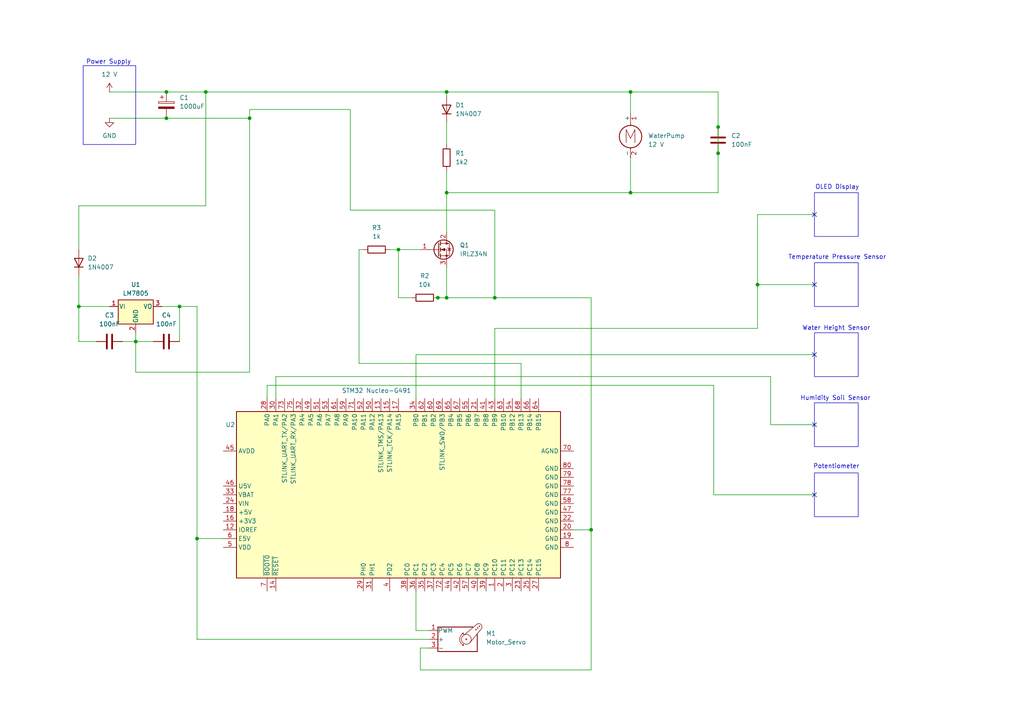
<source format=kicad_sch>
(kicad_sch
	(version 20250114)
	(generator "eeschema")
	(generator_version "9.0")
	(uuid "fc52db34-22a0-4b6f-a0a9-7b1642abde03")
	(paper "A4")
	(title_block
		(title "SmartFlowerPot")
		(date "2025-10-01")
		(company "Jakub Borowiecki")
	)
	(lib_symbols
		(symbol "Device:C"
			(pin_numbers
				(hide yes)
			)
			(pin_names
				(offset 0.254)
			)
			(exclude_from_sim no)
			(in_bom yes)
			(on_board yes)
			(property "Reference" "C"
				(at 0.635 2.54 0)
				(effects
					(font
						(size 1.27 1.27)
					)
					(justify left)
				)
			)
			(property "Value" "C"
				(at 0.635 -2.54 0)
				(effects
					(font
						(size 1.27 1.27)
					)
					(justify left)
				)
			)
			(property "Footprint" ""
				(at 0.9652 -3.81 0)
				(effects
					(font
						(size 1.27 1.27)
					)
					(hide yes)
				)
			)
			(property "Datasheet" "~"
				(at 0 0 0)
				(effects
					(font
						(size 1.27 1.27)
					)
					(hide yes)
				)
			)
			(property "Description" "Unpolarized capacitor"
				(at 0 0 0)
				(effects
					(font
						(size 1.27 1.27)
					)
					(hide yes)
				)
			)
			(property "ki_keywords" "cap capacitor"
				(at 0 0 0)
				(effects
					(font
						(size 1.27 1.27)
					)
					(hide yes)
				)
			)
			(property "ki_fp_filters" "C_*"
				(at 0 0 0)
				(effects
					(font
						(size 1.27 1.27)
					)
					(hide yes)
				)
			)
			(symbol "C_0_1"
				(polyline
					(pts
						(xy -2.032 0.762) (xy 2.032 0.762)
					)
					(stroke
						(width 0.508)
						(type default)
					)
					(fill
						(type none)
					)
				)
				(polyline
					(pts
						(xy -2.032 -0.762) (xy 2.032 -0.762)
					)
					(stroke
						(width 0.508)
						(type default)
					)
					(fill
						(type none)
					)
				)
			)
			(symbol "C_1_1"
				(pin passive line
					(at 0 3.81 270)
					(length 2.794)
					(name "~"
						(effects
							(font
								(size 1.27 1.27)
							)
						)
					)
					(number "1"
						(effects
							(font
								(size 1.27 1.27)
							)
						)
					)
				)
				(pin passive line
					(at 0 -3.81 90)
					(length 2.794)
					(name "~"
						(effects
							(font
								(size 1.27 1.27)
							)
						)
					)
					(number "2"
						(effects
							(font
								(size 1.27 1.27)
							)
						)
					)
				)
			)
			(embedded_fonts no)
		)
		(symbol "Device:C_Polarized"
			(pin_numbers
				(hide yes)
			)
			(pin_names
				(offset 0.254)
			)
			(exclude_from_sim no)
			(in_bom yes)
			(on_board yes)
			(property "Reference" "C"
				(at 0.635 2.54 0)
				(effects
					(font
						(size 1.27 1.27)
					)
					(justify left)
				)
			)
			(property "Value" "C_Polarized"
				(at 0.635 -2.54 0)
				(effects
					(font
						(size 1.27 1.27)
					)
					(justify left)
				)
			)
			(property "Footprint" ""
				(at 0.9652 -3.81 0)
				(effects
					(font
						(size 1.27 1.27)
					)
					(hide yes)
				)
			)
			(property "Datasheet" "~"
				(at 0 0 0)
				(effects
					(font
						(size 1.27 1.27)
					)
					(hide yes)
				)
			)
			(property "Description" "Polarized capacitor"
				(at 0 0 0)
				(effects
					(font
						(size 1.27 1.27)
					)
					(hide yes)
				)
			)
			(property "ki_keywords" "cap capacitor"
				(at 0 0 0)
				(effects
					(font
						(size 1.27 1.27)
					)
					(hide yes)
				)
			)
			(property "ki_fp_filters" "CP_*"
				(at 0 0 0)
				(effects
					(font
						(size 1.27 1.27)
					)
					(hide yes)
				)
			)
			(symbol "C_Polarized_0_1"
				(rectangle
					(start -2.286 0.508)
					(end 2.286 1.016)
					(stroke
						(width 0)
						(type default)
					)
					(fill
						(type none)
					)
				)
				(polyline
					(pts
						(xy -1.778 2.286) (xy -0.762 2.286)
					)
					(stroke
						(width 0)
						(type default)
					)
					(fill
						(type none)
					)
				)
				(polyline
					(pts
						(xy -1.27 2.794) (xy -1.27 1.778)
					)
					(stroke
						(width 0)
						(type default)
					)
					(fill
						(type none)
					)
				)
				(rectangle
					(start 2.286 -0.508)
					(end -2.286 -1.016)
					(stroke
						(width 0)
						(type default)
					)
					(fill
						(type outline)
					)
				)
			)
			(symbol "C_Polarized_1_1"
				(pin passive line
					(at 0 3.81 270)
					(length 2.794)
					(name "~"
						(effects
							(font
								(size 1.27 1.27)
							)
						)
					)
					(number "1"
						(effects
							(font
								(size 1.27 1.27)
							)
						)
					)
				)
				(pin passive line
					(at 0 -3.81 90)
					(length 2.794)
					(name "~"
						(effects
							(font
								(size 1.27 1.27)
							)
						)
					)
					(number "2"
						(effects
							(font
								(size 1.27 1.27)
							)
						)
					)
				)
			)
			(embedded_fonts no)
		)
		(symbol "Device:R"
			(pin_numbers
				(hide yes)
			)
			(pin_names
				(offset 0)
			)
			(exclude_from_sim no)
			(in_bom yes)
			(on_board yes)
			(property "Reference" "R"
				(at 2.032 0 90)
				(effects
					(font
						(size 1.27 1.27)
					)
				)
			)
			(property "Value" "R"
				(at 0 0 90)
				(effects
					(font
						(size 1.27 1.27)
					)
				)
			)
			(property "Footprint" ""
				(at -1.778 0 90)
				(effects
					(font
						(size 1.27 1.27)
					)
					(hide yes)
				)
			)
			(property "Datasheet" "~"
				(at 0 0 0)
				(effects
					(font
						(size 1.27 1.27)
					)
					(hide yes)
				)
			)
			(property "Description" "Resistor"
				(at 0 0 0)
				(effects
					(font
						(size 1.27 1.27)
					)
					(hide yes)
				)
			)
			(property "ki_keywords" "R res resistor"
				(at 0 0 0)
				(effects
					(font
						(size 1.27 1.27)
					)
					(hide yes)
				)
			)
			(property "ki_fp_filters" "R_*"
				(at 0 0 0)
				(effects
					(font
						(size 1.27 1.27)
					)
					(hide yes)
				)
			)
			(symbol "R_0_1"
				(rectangle
					(start -1.016 -2.54)
					(end 1.016 2.54)
					(stroke
						(width 0.254)
						(type default)
					)
					(fill
						(type none)
					)
				)
			)
			(symbol "R_1_1"
				(pin passive line
					(at 0 3.81 270)
					(length 1.27)
					(name "~"
						(effects
							(font
								(size 1.27 1.27)
							)
						)
					)
					(number "1"
						(effects
							(font
								(size 1.27 1.27)
							)
						)
					)
				)
				(pin passive line
					(at 0 -3.81 90)
					(length 1.27)
					(name "~"
						(effects
							(font
								(size 1.27 1.27)
							)
						)
					)
					(number "2"
						(effects
							(font
								(size 1.27 1.27)
							)
						)
					)
				)
			)
			(embedded_fonts no)
		)
		(symbol "Diode:1N4007"
			(pin_numbers
				(hide yes)
			)
			(pin_names
				(hide yes)
			)
			(exclude_from_sim no)
			(in_bom yes)
			(on_board yes)
			(property "Reference" "D"
				(at 0 2.54 0)
				(effects
					(font
						(size 1.27 1.27)
					)
				)
			)
			(property "Value" "1N4007"
				(at 0 -2.54 0)
				(effects
					(font
						(size 1.27 1.27)
					)
				)
			)
			(property "Footprint" "Diode_THT:D_DO-41_SOD81_P10.16mm_Horizontal"
				(at 0 -4.445 0)
				(effects
					(font
						(size 1.27 1.27)
					)
					(hide yes)
				)
			)
			(property "Datasheet" "http://www.vishay.com/docs/88503/1n4001.pdf"
				(at 0 0 0)
				(effects
					(font
						(size 1.27 1.27)
					)
					(hide yes)
				)
			)
			(property "Description" "1000V 1A General Purpose Rectifier Diode, DO-41"
				(at 0 0 0)
				(effects
					(font
						(size 1.27 1.27)
					)
					(hide yes)
				)
			)
			(property "Sim.Device" "D"
				(at 0 0 0)
				(effects
					(font
						(size 1.27 1.27)
					)
					(hide yes)
				)
			)
			(property "Sim.Pins" "1=K 2=A"
				(at 0 0 0)
				(effects
					(font
						(size 1.27 1.27)
					)
					(hide yes)
				)
			)
			(property "ki_keywords" "diode"
				(at 0 0 0)
				(effects
					(font
						(size 1.27 1.27)
					)
					(hide yes)
				)
			)
			(property "ki_fp_filters" "D*DO?41*"
				(at 0 0 0)
				(effects
					(font
						(size 1.27 1.27)
					)
					(hide yes)
				)
			)
			(symbol "1N4007_0_1"
				(polyline
					(pts
						(xy -1.27 1.27) (xy -1.27 -1.27)
					)
					(stroke
						(width 0.254)
						(type default)
					)
					(fill
						(type none)
					)
				)
				(polyline
					(pts
						(xy 1.27 1.27) (xy 1.27 -1.27) (xy -1.27 0) (xy 1.27 1.27)
					)
					(stroke
						(width 0.254)
						(type default)
					)
					(fill
						(type none)
					)
				)
				(polyline
					(pts
						(xy 1.27 0) (xy -1.27 0)
					)
					(stroke
						(width 0)
						(type default)
					)
					(fill
						(type none)
					)
				)
			)
			(symbol "1N4007_1_1"
				(pin passive line
					(at -3.81 0 0)
					(length 2.54)
					(name "K"
						(effects
							(font
								(size 1.27 1.27)
							)
						)
					)
					(number "1"
						(effects
							(font
								(size 1.27 1.27)
							)
						)
					)
				)
				(pin passive line
					(at 3.81 0 180)
					(length 2.54)
					(name "A"
						(effects
							(font
								(size 1.27 1.27)
							)
						)
					)
					(number "2"
						(effects
							(font
								(size 1.27 1.27)
							)
						)
					)
				)
			)
			(embedded_fonts no)
		)
		(symbol "MCU_Module:NUCLEO64-F411RE"
			(exclude_from_sim no)
			(in_bom yes)
			(on_board yes)
			(property "Reference" "U"
				(at -17.78 50.165 0)
				(effects
					(font
						(size 1.27 1.27)
					)
					(justify right)
				)
			)
			(property "Value" "NUCLEO64-F411RE"
				(at -17.78 48.26 0)
				(effects
					(font
						(size 1.27 1.27)
					)
					(justify right)
				)
			)
			(property "Footprint" "Module:ST_Morpho_Connector_144_STLink"
				(at 13.97 -48.26 0)
				(effects
					(font
						(size 1.27 1.27)
					)
					(justify left)
					(hide yes)
				)
			)
			(property "Datasheet" "http://www.st.com/st-web-ui/static/active/en/resource/technical/document/data_brief/DM00105918.pdf"
				(at -22.86 -35.56 0)
				(effects
					(font
						(size 1.27 1.27)
					)
					(hide yes)
				)
			)
			(property "Description" "Nucleo 64 Development Board with STM32F411RET6 MCU, 128kB RAM, 512KB FLASH"
				(at 0 0 0)
				(effects
					(font
						(size 1.27 1.27)
					)
					(hide yes)
				)
			)
			(property "ki_keywords" "STM32 Nucleo ST"
				(at 0 0 0)
				(effects
					(font
						(size 1.27 1.27)
					)
					(hide yes)
				)
			)
			(property "ki_fp_filters" "ST*Morpho*Connector*144*STLink*"
				(at 0 0 0)
				(effects
					(font
						(size 1.27 1.27)
					)
					(hide yes)
				)
			)
			(symbol "NUCLEO64-F411RE_0_1"
				(rectangle
					(start -24.13 -46.99)
					(end 24.13 46.99)
					(stroke
						(width 0.254)
						(type default)
					)
					(fill
						(type background)
					)
				)
			)
			(symbol "NUCLEO64-F411RE_1_1"
				(pin input line
					(at -27.94 38.1 0)
					(length 3.81)
					(name "~{BOOT0}"
						(effects
							(font
								(size 1.27 1.27)
							)
						)
					)
					(number "7"
						(effects
							(font
								(size 1.27 1.27)
							)
						)
					)
				)
				(pin input line
					(at -27.94 35.56 0)
					(length 3.81)
					(name "~{RESET}"
						(effects
							(font
								(size 1.27 1.27)
							)
						)
					)
					(number "14"
						(effects
							(font
								(size 1.27 1.27)
							)
						)
					)
				)
				(pin bidirectional line
					(at -27.94 10.16 0)
					(length 3.81)
					(name "PH0"
						(effects
							(font
								(size 1.27 1.27)
							)
						)
					)
					(number "29"
						(effects
							(font
								(size 1.27 1.27)
							)
						)
					)
				)
				(pin bidirectional line
					(at -27.94 7.62 0)
					(length 3.81)
					(name "PH1"
						(effects
							(font
								(size 1.27 1.27)
							)
						)
					)
					(number "31"
						(effects
							(font
								(size 1.27 1.27)
							)
						)
					)
				)
				(pin bidirectional line
					(at -27.94 2.54 0)
					(length 3.81)
					(name "PD2"
						(effects
							(font
								(size 1.27 1.27)
							)
						)
					)
					(number "4"
						(effects
							(font
								(size 1.27 1.27)
							)
						)
					)
				)
				(pin bidirectional line
					(at -27.94 -2.54 0)
					(length 3.81)
					(name "PC0"
						(effects
							(font
								(size 1.27 1.27)
							)
						)
					)
					(number "38"
						(effects
							(font
								(size 1.27 1.27)
							)
						)
					)
				)
				(pin bidirectional line
					(at -27.94 -5.08 0)
					(length 3.81)
					(name "PC1"
						(effects
							(font
								(size 1.27 1.27)
							)
						)
					)
					(number "36"
						(effects
							(font
								(size 1.27 1.27)
							)
						)
					)
				)
				(pin bidirectional line
					(at -27.94 -7.62 0)
					(length 3.81)
					(name "PC2"
						(effects
							(font
								(size 1.27 1.27)
							)
						)
					)
					(number "35"
						(effects
							(font
								(size 1.27 1.27)
							)
						)
					)
				)
				(pin bidirectional line
					(at -27.94 -10.16 0)
					(length 3.81)
					(name "PC3"
						(effects
							(font
								(size 1.27 1.27)
							)
						)
					)
					(number "37"
						(effects
							(font
								(size 1.27 1.27)
							)
						)
					)
				)
				(pin bidirectional line
					(at -27.94 -12.7 0)
					(length 3.81)
					(name "PC4"
						(effects
							(font
								(size 1.27 1.27)
							)
						)
					)
					(number "72"
						(effects
							(font
								(size 1.27 1.27)
							)
						)
					)
				)
				(pin bidirectional line
					(at -27.94 -15.24 0)
					(length 3.81)
					(name "PC5"
						(effects
							(font
								(size 1.27 1.27)
							)
						)
					)
					(number "44"
						(effects
							(font
								(size 1.27 1.27)
							)
						)
					)
				)
				(pin bidirectional line
					(at -27.94 -17.78 0)
					(length 3.81)
					(name "PC6"
						(effects
							(font
								(size 1.27 1.27)
							)
						)
					)
					(number "42"
						(effects
							(font
								(size 1.27 1.27)
							)
						)
					)
				)
				(pin bidirectional line
					(at -27.94 -20.32 0)
					(length 3.81)
					(name "PC7"
						(effects
							(font
								(size 1.27 1.27)
							)
						)
					)
					(number "57"
						(effects
							(font
								(size 1.27 1.27)
							)
						)
					)
				)
				(pin bidirectional line
					(at -27.94 -22.86 0)
					(length 3.81)
					(name "PC8"
						(effects
							(font
								(size 1.27 1.27)
							)
						)
					)
					(number "40"
						(effects
							(font
								(size 1.27 1.27)
							)
						)
					)
				)
				(pin bidirectional line
					(at -27.94 -25.4 0)
					(length 3.81)
					(name "PC9"
						(effects
							(font
								(size 1.27 1.27)
							)
						)
					)
					(number "39"
						(effects
							(font
								(size 1.27 1.27)
							)
						)
					)
				)
				(pin bidirectional line
					(at -27.94 -27.94 0)
					(length 3.81)
					(name "PC10"
						(effects
							(font
								(size 1.27 1.27)
							)
						)
					)
					(number "1"
						(effects
							(font
								(size 1.27 1.27)
							)
						)
					)
				)
				(pin bidirectional line
					(at -27.94 -30.48 0)
					(length 3.81)
					(name "PC11"
						(effects
							(font
								(size 1.27 1.27)
							)
						)
					)
					(number "2"
						(effects
							(font
								(size 1.27 1.27)
							)
						)
					)
				)
				(pin bidirectional line
					(at -27.94 -33.02 0)
					(length 3.81)
					(name "PC12"
						(effects
							(font
								(size 1.27 1.27)
							)
						)
					)
					(number "3"
						(effects
							(font
								(size 1.27 1.27)
							)
						)
					)
				)
				(pin bidirectional line
					(at -27.94 -35.56 0)
					(length 3.81)
					(name "PC13"
						(effects
							(font
								(size 1.27 1.27)
							)
						)
					)
					(number "23"
						(effects
							(font
								(size 1.27 1.27)
							)
						)
					)
				)
				(pin bidirectional line
					(at -27.94 -38.1 0)
					(length 3.81)
					(name "PC14"
						(effects
							(font
								(size 1.27 1.27)
							)
						)
					)
					(number "25"
						(effects
							(font
								(size 1.27 1.27)
							)
						)
					)
				)
				(pin bidirectional line
					(at -27.94 -40.64 0)
					(length 3.81)
					(name "PC15"
						(effects
							(font
								(size 1.27 1.27)
							)
						)
					)
					(number "27"
						(effects
							(font
								(size 1.27 1.27)
							)
						)
					)
				)
				(pin no_connect line
					(at -24.13 33.02 0)
					(length 3.81)
					(hide yes)
					(name "NC"
						(effects
							(font
								(size 1.27 1.27)
							)
						)
					)
					(number "56"
						(effects
							(font
								(size 1.27 1.27)
							)
						)
					)
				)
				(pin no_connect line
					(at -24.13 30.48 0)
					(length 3.81)
					(hide yes)
					(name "NC"
						(effects
							(font
								(size 1.27 1.27)
							)
						)
					)
					(number "74"
						(effects
							(font
								(size 1.27 1.27)
							)
						)
					)
				)
				(pin no_connect line
					(at -24.13 27.94 0)
					(length 3.81)
					(hide yes)
					(name "NC"
						(effects
							(font
								(size 1.27 1.27)
							)
						)
					)
					(number "76"
						(effects
							(font
								(size 1.27 1.27)
							)
						)
					)
				)
				(pin no_connect line
					(at -24.13 25.4 0)
					(length 3.81)
					(hide yes)
					(name "NC"
						(effects
							(font
								(size 1.27 1.27)
							)
						)
					)
					(number "48"
						(effects
							(font
								(size 1.27 1.27)
							)
						)
					)
				)
				(pin no_connect line
					(at -24.13 22.86 0)
					(length 3.81)
					(hide yes)
					(name "NC"
						(effects
							(font
								(size 1.27 1.27)
							)
						)
					)
					(number "26"
						(effects
							(font
								(size 1.27 1.27)
							)
						)
					)
				)
				(pin no_connect line
					(at -24.13 20.32 0)
					(length 3.81)
					(hide yes)
					(name "NC"
						(effects
							(font
								(size 1.27 1.27)
							)
						)
					)
					(number "10"
						(effects
							(font
								(size 1.27 1.27)
							)
						)
					)
				)
				(pin no_connect line
					(at -24.13 17.78 0)
					(length 3.81)
					(hide yes)
					(name "NC"
						(effects
							(font
								(size 1.27 1.27)
							)
						)
					)
					(number "9"
						(effects
							(font
								(size 1.27 1.27)
							)
						)
					)
				)
				(pin no_connect line
					(at -24.13 15.24 0)
					(length 3.81)
					(hide yes)
					(name "NC"
						(effects
							(font
								(size 1.27 1.27)
							)
						)
					)
					(number "11"
						(effects
							(font
								(size 1.27 1.27)
							)
						)
					)
				)
				(pin power_in line
					(at -15.24 50.8 270)
					(length 3.81)
					(name "VDD"
						(effects
							(font
								(size 1.27 1.27)
							)
						)
					)
					(number "5"
						(effects
							(font
								(size 1.27 1.27)
							)
						)
					)
				)
				(pin power_in line
					(at -15.24 -50.8 90)
					(length 3.81)
					(name "GND"
						(effects
							(font
								(size 1.27 1.27)
							)
						)
					)
					(number "8"
						(effects
							(font
								(size 1.27 1.27)
							)
						)
					)
				)
				(pin power_in line
					(at -12.7 50.8 270)
					(length 3.81)
					(name "E5V"
						(effects
							(font
								(size 1.27 1.27)
							)
						)
					)
					(number "6"
						(effects
							(font
								(size 1.27 1.27)
							)
						)
					)
				)
				(pin power_in line
					(at -12.7 -50.8 90)
					(length 3.81)
					(name "GND"
						(effects
							(font
								(size 1.27 1.27)
							)
						)
					)
					(number "19"
						(effects
							(font
								(size 1.27 1.27)
							)
						)
					)
				)
				(pin power_in line
					(at -10.16 50.8 270)
					(length 3.81)
					(name "IOREF"
						(effects
							(font
								(size 1.27 1.27)
							)
						)
					)
					(number "12"
						(effects
							(font
								(size 1.27 1.27)
							)
						)
					)
				)
				(pin power_in line
					(at -10.16 -50.8 90)
					(length 3.81)
					(name "GND"
						(effects
							(font
								(size 1.27 1.27)
							)
						)
					)
					(number "20"
						(effects
							(font
								(size 1.27 1.27)
							)
						)
					)
				)
				(pin power_in line
					(at -7.62 50.8 270)
					(length 3.81)
					(name "+3V3"
						(effects
							(font
								(size 1.27 1.27)
							)
						)
					)
					(number "16"
						(effects
							(font
								(size 1.27 1.27)
							)
						)
					)
				)
				(pin power_in line
					(at -7.62 -50.8 90)
					(length 3.81)
					(name "GND"
						(effects
							(font
								(size 1.27 1.27)
							)
						)
					)
					(number "22"
						(effects
							(font
								(size 1.27 1.27)
							)
						)
					)
				)
				(pin power_in line
					(at -5.08 50.8 270)
					(length 3.81)
					(name "+5V"
						(effects
							(font
								(size 1.27 1.27)
							)
						)
					)
					(number "18"
						(effects
							(font
								(size 1.27 1.27)
							)
						)
					)
				)
				(pin power_in line
					(at -5.08 -50.8 90)
					(length 3.81)
					(name "GND"
						(effects
							(font
								(size 1.27 1.27)
							)
						)
					)
					(number "47"
						(effects
							(font
								(size 1.27 1.27)
							)
						)
					)
				)
				(pin power_in line
					(at -2.54 50.8 270)
					(length 3.81)
					(name "VIN"
						(effects
							(font
								(size 1.27 1.27)
							)
						)
					)
					(number "24"
						(effects
							(font
								(size 1.27 1.27)
							)
						)
					)
				)
				(pin power_in line
					(at -2.54 -50.8 90)
					(length 3.81)
					(name "GND"
						(effects
							(font
								(size 1.27 1.27)
							)
						)
					)
					(number "58"
						(effects
							(font
								(size 1.27 1.27)
							)
						)
					)
				)
				(pin power_in line
					(at 0 50.8 270)
					(length 3.81)
					(name "VBAT"
						(effects
							(font
								(size 1.27 1.27)
							)
						)
					)
					(number "33"
						(effects
							(font
								(size 1.27 1.27)
							)
						)
					)
				)
				(pin power_in line
					(at 0 -50.8 90)
					(length 3.81)
					(name "GND"
						(effects
							(font
								(size 1.27 1.27)
							)
						)
					)
					(number "77"
						(effects
							(font
								(size 1.27 1.27)
							)
						)
					)
				)
				(pin power_in line
					(at 2.54 50.8 270)
					(length 3.81)
					(name "U5V"
						(effects
							(font
								(size 1.27 1.27)
							)
						)
					)
					(number "46"
						(effects
							(font
								(size 1.27 1.27)
							)
						)
					)
				)
				(pin power_in line
					(at 2.54 -50.8 90)
					(length 3.81)
					(name "GND"
						(effects
							(font
								(size 1.27 1.27)
							)
						)
					)
					(number "78"
						(effects
							(font
								(size 1.27 1.27)
							)
						)
					)
				)
				(pin power_in line
					(at 5.08 -50.8 90)
					(length 3.81)
					(name "GND"
						(effects
							(font
								(size 1.27 1.27)
							)
						)
					)
					(number "79"
						(effects
							(font
								(size 1.27 1.27)
							)
						)
					)
				)
				(pin power_in line
					(at 7.62 -50.8 90)
					(length 3.81)
					(name "GND"
						(effects
							(font
								(size 1.27 1.27)
							)
						)
					)
					(number "80"
						(effects
							(font
								(size 1.27 1.27)
							)
						)
					)
				)
				(pin power_in line
					(at 12.7 50.8 270)
					(length 3.81)
					(name "AVDD"
						(effects
							(font
								(size 1.27 1.27)
							)
						)
					)
					(number "45"
						(effects
							(font
								(size 1.27 1.27)
							)
						)
					)
				)
				(pin power_in line
					(at 12.7 -50.8 90)
					(length 3.81)
					(name "AGND"
						(effects
							(font
								(size 1.27 1.27)
							)
						)
					)
					(number "70"
						(effects
							(font
								(size 1.27 1.27)
							)
						)
					)
				)
				(pin bidirectional line
					(at 27.94 38.1 180)
					(length 3.81)
					(name "PA0"
						(effects
							(font
								(size 1.27 1.27)
							)
						)
					)
					(number "28"
						(effects
							(font
								(size 1.27 1.27)
							)
						)
					)
				)
				(pin bidirectional line
					(at 27.94 35.56 180)
					(length 3.81)
					(name "PA1"
						(effects
							(font
								(size 1.27 1.27)
							)
						)
					)
					(number "30"
						(effects
							(font
								(size 1.27 1.27)
							)
						)
					)
				)
				(pin bidirectional line
					(at 27.94 33.02 180)
					(length 3.81)
					(name "STLINK_UART_TX/PA2"
						(effects
							(font
								(size 1.27 1.27)
							)
						)
					)
					(number "73"
						(effects
							(font
								(size 1.27 1.27)
							)
						)
					)
				)
				(pin bidirectional line
					(at 27.94 30.48 180)
					(length 3.81)
					(name "STLINK_UART_RX/PA3"
						(effects
							(font
								(size 1.27 1.27)
							)
						)
					)
					(number "75"
						(effects
							(font
								(size 1.27 1.27)
							)
						)
					)
				)
				(pin bidirectional line
					(at 27.94 27.94 180)
					(length 3.81)
					(name "PA4"
						(effects
							(font
								(size 1.27 1.27)
							)
						)
					)
					(number "32"
						(effects
							(font
								(size 1.27 1.27)
							)
						)
					)
				)
				(pin bidirectional line
					(at 27.94 25.4 180)
					(length 3.81)
					(name "PA5"
						(effects
							(font
								(size 1.27 1.27)
							)
						)
					)
					(number "49"
						(effects
							(font
								(size 1.27 1.27)
							)
						)
					)
				)
				(pin bidirectional line
					(at 27.94 22.86 180)
					(length 3.81)
					(name "PA6"
						(effects
							(font
								(size 1.27 1.27)
							)
						)
					)
					(number "51"
						(effects
							(font
								(size 1.27 1.27)
							)
						)
					)
				)
				(pin bidirectional line
					(at 27.94 20.32 180)
					(length 3.81)
					(name "PA7"
						(effects
							(font
								(size 1.27 1.27)
							)
						)
					)
					(number "53"
						(effects
							(font
								(size 1.27 1.27)
							)
						)
					)
				)
				(pin bidirectional line
					(at 27.94 17.78 180)
					(length 3.81)
					(name "PA8"
						(effects
							(font
								(size 1.27 1.27)
							)
						)
					)
					(number "61"
						(effects
							(font
								(size 1.27 1.27)
							)
						)
					)
				)
				(pin bidirectional line
					(at 27.94 15.24 180)
					(length 3.81)
					(name "PA9"
						(effects
							(font
								(size 1.27 1.27)
							)
						)
					)
					(number "59"
						(effects
							(font
								(size 1.27 1.27)
							)
						)
					)
				)
				(pin bidirectional line
					(at 27.94 12.7 180)
					(length 3.81)
					(name "PA10"
						(effects
							(font
								(size 1.27 1.27)
							)
						)
					)
					(number "71"
						(effects
							(font
								(size 1.27 1.27)
							)
						)
					)
				)
				(pin bidirectional line
					(at 27.94 10.16 180)
					(length 3.81)
					(name "PA11"
						(effects
							(font
								(size 1.27 1.27)
							)
						)
					)
					(number "52"
						(effects
							(font
								(size 1.27 1.27)
							)
						)
					)
				)
				(pin bidirectional line
					(at 27.94 7.62 180)
					(length 3.81)
					(name "PA12"
						(effects
							(font
								(size 1.27 1.27)
							)
						)
					)
					(number "50"
						(effects
							(font
								(size 1.27 1.27)
							)
						)
					)
				)
				(pin bidirectional line
					(at 27.94 5.08 180)
					(length 3.81)
					(name "STLINK_TMS/PA13"
						(effects
							(font
								(size 1.27 1.27)
							)
						)
					)
					(number "13"
						(effects
							(font
								(size 1.27 1.27)
							)
						)
					)
				)
				(pin bidirectional line
					(at 27.94 2.54 180)
					(length 3.81)
					(name "STLINK_TCK/PA14"
						(effects
							(font
								(size 1.27 1.27)
							)
						)
					)
					(number "15"
						(effects
							(font
								(size 1.27 1.27)
							)
						)
					)
				)
				(pin bidirectional line
					(at 27.94 0 180)
					(length 3.81)
					(name "PA15"
						(effects
							(font
								(size 1.27 1.27)
							)
						)
					)
					(number "17"
						(effects
							(font
								(size 1.27 1.27)
							)
						)
					)
				)
				(pin bidirectional line
					(at 27.94 -5.08 180)
					(length 3.81)
					(name "PB0"
						(effects
							(font
								(size 1.27 1.27)
							)
						)
					)
					(number "34"
						(effects
							(font
								(size 1.27 1.27)
							)
						)
					)
				)
				(pin bidirectional line
					(at 27.94 -7.62 180)
					(length 3.81)
					(name "PB1"
						(effects
							(font
								(size 1.27 1.27)
							)
						)
					)
					(number "62"
						(effects
							(font
								(size 1.27 1.27)
							)
						)
					)
				)
				(pin bidirectional line
					(at 27.94 -10.16 180)
					(length 3.81)
					(name "PB2"
						(effects
							(font
								(size 1.27 1.27)
							)
						)
					)
					(number "60"
						(effects
							(font
								(size 1.27 1.27)
							)
						)
					)
				)
				(pin bidirectional line
					(at 27.94 -12.7 180)
					(length 3.81)
					(name "STLINK_SWO/PB3"
						(effects
							(font
								(size 1.27 1.27)
							)
						)
					)
					(number "69"
						(effects
							(font
								(size 1.27 1.27)
							)
						)
					)
				)
				(pin bidirectional line
					(at 27.94 -15.24 180)
					(length 3.81)
					(name "PB4"
						(effects
							(font
								(size 1.27 1.27)
							)
						)
					)
					(number "65"
						(effects
							(font
								(size 1.27 1.27)
							)
						)
					)
				)
				(pin bidirectional line
					(at 27.94 -17.78 180)
					(length 3.81)
					(name "PB5"
						(effects
							(font
								(size 1.27 1.27)
							)
						)
					)
					(number "67"
						(effects
							(font
								(size 1.27 1.27)
							)
						)
					)
				)
				(pin bidirectional line
					(at 27.94 -20.32 180)
					(length 3.81)
					(name "PB6"
						(effects
							(font
								(size 1.27 1.27)
							)
						)
					)
					(number "55"
						(effects
							(font
								(size 1.27 1.27)
							)
						)
					)
				)
				(pin bidirectional line
					(at 27.94 -22.86 180)
					(length 3.81)
					(name "PB7"
						(effects
							(font
								(size 1.27 1.27)
							)
						)
					)
					(number "21"
						(effects
							(font
								(size 1.27 1.27)
							)
						)
					)
				)
				(pin bidirectional line
					(at 27.94 -25.4 180)
					(length 3.81)
					(name "PB8"
						(effects
							(font
								(size 1.27 1.27)
							)
						)
					)
					(number "41"
						(effects
							(font
								(size 1.27 1.27)
							)
						)
					)
				)
				(pin bidirectional line
					(at 27.94 -27.94 180)
					(length 3.81)
					(name "PB9"
						(effects
							(font
								(size 1.27 1.27)
							)
						)
					)
					(number "43"
						(effects
							(font
								(size 1.27 1.27)
							)
						)
					)
				)
				(pin bidirectional line
					(at 27.94 -30.48 180)
					(length 3.81)
					(name "PB10"
						(effects
							(font
								(size 1.27 1.27)
							)
						)
					)
					(number "63"
						(effects
							(font
								(size 1.27 1.27)
							)
						)
					)
				)
				(pin bidirectional line
					(at 27.94 -33.02 180)
					(length 3.81)
					(name "PB12"
						(effects
							(font
								(size 1.27 1.27)
							)
						)
					)
					(number "54"
						(effects
							(font
								(size 1.27 1.27)
							)
						)
					)
				)
				(pin bidirectional line
					(at 27.94 -35.56 180)
					(length 3.81)
					(name "PB13"
						(effects
							(font
								(size 1.27 1.27)
							)
						)
					)
					(number "68"
						(effects
							(font
								(size 1.27 1.27)
							)
						)
					)
				)
				(pin bidirectional line
					(at 27.94 -38.1 180)
					(length 3.81)
					(name "PB14"
						(effects
							(font
								(size 1.27 1.27)
							)
						)
					)
					(number "66"
						(effects
							(font
								(size 1.27 1.27)
							)
						)
					)
				)
				(pin bidirectional line
					(at 27.94 -40.64 180)
					(length 3.81)
					(name "PB15"
						(effects
							(font
								(size 1.27 1.27)
							)
						)
					)
					(number "64"
						(effects
							(font
								(size 1.27 1.27)
							)
						)
					)
				)
			)
			(embedded_fonts no)
		)
		(symbol "Motor:Motor_DC"
			(pin_names
				(offset 0)
			)
			(exclude_from_sim no)
			(in_bom yes)
			(on_board yes)
			(property "Reference" "M"
				(at 2.54 2.54 0)
				(effects
					(font
						(size 1.27 1.27)
					)
					(justify left)
				)
			)
			(property "Value" "Motor_DC"
				(at 2.54 -5.08 0)
				(effects
					(font
						(size 1.27 1.27)
					)
					(justify left top)
				)
			)
			(property "Footprint" ""
				(at 0 -2.286 0)
				(effects
					(font
						(size 1.27 1.27)
					)
					(hide yes)
				)
			)
			(property "Datasheet" "~"
				(at 0 -2.286 0)
				(effects
					(font
						(size 1.27 1.27)
					)
					(hide yes)
				)
			)
			(property "Description" "DC Motor"
				(at 0 0 0)
				(effects
					(font
						(size 1.27 1.27)
					)
					(hide yes)
				)
			)
			(property "ki_keywords" "DC Motor"
				(at 0 0 0)
				(effects
					(font
						(size 1.27 1.27)
					)
					(hide yes)
				)
			)
			(property "ki_fp_filters" "PinHeader*P2.54mm* TerminalBlock*"
				(at 0 0 0)
				(effects
					(font
						(size 1.27 1.27)
					)
					(hide yes)
				)
			)
			(symbol "Motor_DC_0_0"
				(polyline
					(pts
						(xy -1.27 -3.302) (xy -1.27 0.508) (xy 0 -2.032) (xy 1.27 0.508) (xy 1.27 -3.302)
					)
					(stroke
						(width 0)
						(type default)
					)
					(fill
						(type none)
					)
				)
			)
			(symbol "Motor_DC_0_1"
				(polyline
					(pts
						(xy 0 2.032) (xy 0 2.54)
					)
					(stroke
						(width 0)
						(type default)
					)
					(fill
						(type none)
					)
				)
				(polyline
					(pts
						(xy 0 1.7272) (xy 0 2.0828)
					)
					(stroke
						(width 0)
						(type default)
					)
					(fill
						(type none)
					)
				)
				(circle
					(center 0 -1.524)
					(radius 3.2512)
					(stroke
						(width 0.254)
						(type default)
					)
					(fill
						(type none)
					)
				)
				(polyline
					(pts
						(xy 0 -4.7752) (xy 0 -5.1816)
					)
					(stroke
						(width 0)
						(type default)
					)
					(fill
						(type none)
					)
				)
				(polyline
					(pts
						(xy 0 -7.62) (xy 0 -7.112)
					)
					(stroke
						(width 0)
						(type default)
					)
					(fill
						(type none)
					)
				)
			)
			(symbol "Motor_DC_1_1"
				(pin passive line
					(at 0 5.08 270)
					(length 2.54)
					(name "+"
						(effects
							(font
								(size 1.27 1.27)
							)
						)
					)
					(number "1"
						(effects
							(font
								(size 1.27 1.27)
							)
						)
					)
				)
				(pin passive line
					(at 0 -7.62 90)
					(length 2.54)
					(name "-"
						(effects
							(font
								(size 1.27 1.27)
							)
						)
					)
					(number "2"
						(effects
							(font
								(size 1.27 1.27)
							)
						)
					)
				)
			)
			(embedded_fonts no)
		)
		(symbol "Motor:Motor_Servo"
			(pin_names
				(offset 0.0254)
			)
			(exclude_from_sim no)
			(in_bom yes)
			(on_board yes)
			(property "Reference" "M"
				(at -5.08 4.445 0)
				(effects
					(font
						(size 1.27 1.27)
					)
					(justify left)
				)
			)
			(property "Value" "Motor_Servo"
				(at -5.08 -4.064 0)
				(effects
					(font
						(size 1.27 1.27)
					)
					(justify left top)
				)
			)
			(property "Footprint" ""
				(at 0 -4.826 0)
				(effects
					(font
						(size 1.27 1.27)
					)
					(hide yes)
				)
			)
			(property "Datasheet" "http://forums.parallax.com/uploads/attachments/46831/74481.png"
				(at 0 -4.826 0)
				(effects
					(font
						(size 1.27 1.27)
					)
					(hide yes)
				)
			)
			(property "Description" "Servo Motor (Futaba, HiTec, JR connector)"
				(at 0 0 0)
				(effects
					(font
						(size 1.27 1.27)
					)
					(hide yes)
				)
			)
			(property "ki_keywords" "Servo Motor"
				(at 0 0 0)
				(effects
					(font
						(size 1.27 1.27)
					)
					(hide yes)
				)
			)
			(property "ki_fp_filters" "PinHeader*P2.54mm*"
				(at 0 0 0)
				(effects
					(font
						(size 1.27 1.27)
					)
					(hide yes)
				)
			)
			(symbol "Motor_Servo_0_1"
				(polyline
					(pts
						(xy 2.413 1.778) (xy 1.905 1.778)
					)
					(stroke
						(width 0)
						(type default)
					)
					(fill
						(type none)
					)
				)
				(polyline
					(pts
						(xy 2.413 1.778) (xy 2.286 1.397)
					)
					(stroke
						(width 0)
						(type default)
					)
					(fill
						(type none)
					)
				)
				(polyline
					(pts
						(xy 2.413 -1.778) (xy 2.032 -1.778)
					)
					(stroke
						(width 0)
						(type default)
					)
					(fill
						(type none)
					)
				)
				(polyline
					(pts
						(xy 2.413 -1.778) (xy 2.286 -1.397)
					)
					(stroke
						(width 0)
						(type default)
					)
					(fill
						(type none)
					)
				)
				(arc
					(start 2.413 -1.778)
					(mid 1.2406 0)
					(end 2.413 1.778)
					(stroke
						(width 0)
						(type default)
					)
					(fill
						(type none)
					)
				)
				(circle
					(center 3.175 0)
					(radius 0.1778)
					(stroke
						(width 0)
						(type default)
					)
					(fill
						(type none)
					)
				)
				(circle
					(center 3.175 0)
					(radius 1.4224)
					(stroke
						(width 0)
						(type default)
					)
					(fill
						(type none)
					)
				)
				(polyline
					(pts
						(xy 5.08 3.556) (xy -5.08 3.556) (xy -5.08 -3.556) (xy 6.35 -3.556) (xy 6.35 1.524)
					)
					(stroke
						(width 0.254)
						(type default)
					)
					(fill
						(type none)
					)
				)
				(circle
					(center 5.969 2.794)
					(radius 0.127)
					(stroke
						(width 0)
						(type default)
					)
					(fill
						(type none)
					)
				)
				(polyline
					(pts
						(xy 6.35 4.445) (xy 2.54 1.27)
					)
					(stroke
						(width 0)
						(type default)
					)
					(fill
						(type none)
					)
				)
				(circle
					(center 6.477 3.302)
					(radius 0.127)
					(stroke
						(width 0)
						(type default)
					)
					(fill
						(type none)
					)
				)
				(arc
					(start 6.35 4.445)
					(mid 7.4487 4.2737)
					(end 7.62 3.175)
					(stroke
						(width 0)
						(type default)
					)
					(fill
						(type none)
					)
				)
				(circle
					(center 6.985 3.81)
					(radius 0.127)
					(stroke
						(width 0)
						(type default)
					)
					(fill
						(type none)
					)
				)
				(polyline
					(pts
						(xy 7.62 3.175) (xy 4.191 -1.016)
					)
					(stroke
						(width 0)
						(type default)
					)
					(fill
						(type none)
					)
				)
			)
			(symbol "Motor_Servo_1_1"
				(pin passive line
					(at -7.62 2.54 0)
					(length 2.54)
					(name "PWM"
						(effects
							(font
								(size 1.27 1.27)
							)
						)
					)
					(number "1"
						(effects
							(font
								(size 1.27 1.27)
							)
						)
					)
				)
				(pin passive line
					(at -7.62 0 0)
					(length 2.54)
					(name "+"
						(effects
							(font
								(size 1.27 1.27)
							)
						)
					)
					(number "2"
						(effects
							(font
								(size 1.27 1.27)
							)
						)
					)
				)
				(pin passive line
					(at -7.62 -2.54 0)
					(length 2.54)
					(name "-"
						(effects
							(font
								(size 1.27 1.27)
							)
						)
					)
					(number "3"
						(effects
							(font
								(size 1.27 1.27)
							)
						)
					)
				)
			)
			(embedded_fonts no)
		)
		(symbol "Regulator_Linear:LM7805_TO220"
			(pin_names
				(offset 0.254)
			)
			(exclude_from_sim no)
			(in_bom yes)
			(on_board yes)
			(property "Reference" "U"
				(at -3.81 3.175 0)
				(effects
					(font
						(size 1.27 1.27)
					)
				)
			)
			(property "Value" "LM7805_TO220"
				(at 0 3.175 0)
				(effects
					(font
						(size 1.27 1.27)
					)
					(justify left)
				)
			)
			(property "Footprint" "Package_TO_SOT_THT:TO-220-3_Vertical"
				(at 0 5.715 0)
				(effects
					(font
						(size 1.27 1.27)
						(italic yes)
					)
					(hide yes)
				)
			)
			(property "Datasheet" "https://www.onsemi.cn/PowerSolutions/document/MC7800-D.PDF"
				(at 0 -1.27 0)
				(effects
					(font
						(size 1.27 1.27)
					)
					(hide yes)
				)
			)
			(property "Description" "Positive 1A 35V Linear Regulator, Fixed Output 5V, TO-220"
				(at 0 0 0)
				(effects
					(font
						(size 1.27 1.27)
					)
					(hide yes)
				)
			)
			(property "ki_keywords" "Voltage Regulator 1A Positive"
				(at 0 0 0)
				(effects
					(font
						(size 1.27 1.27)
					)
					(hide yes)
				)
			)
			(property "ki_fp_filters" "TO?220*"
				(at 0 0 0)
				(effects
					(font
						(size 1.27 1.27)
					)
					(hide yes)
				)
			)
			(symbol "LM7805_TO220_0_1"
				(rectangle
					(start -5.08 1.905)
					(end 5.08 -5.08)
					(stroke
						(width 0.254)
						(type default)
					)
					(fill
						(type background)
					)
				)
			)
			(symbol "LM7805_TO220_1_1"
				(pin power_in line
					(at -7.62 0 0)
					(length 2.54)
					(name "VI"
						(effects
							(font
								(size 1.27 1.27)
							)
						)
					)
					(number "1"
						(effects
							(font
								(size 1.27 1.27)
							)
						)
					)
				)
				(pin power_in line
					(at 0 -7.62 90)
					(length 2.54)
					(name "GND"
						(effects
							(font
								(size 1.27 1.27)
							)
						)
					)
					(number "2"
						(effects
							(font
								(size 1.27 1.27)
							)
						)
					)
				)
				(pin power_out line
					(at 7.62 0 180)
					(length 2.54)
					(name "VO"
						(effects
							(font
								(size 1.27 1.27)
							)
						)
					)
					(number "3"
						(effects
							(font
								(size 1.27 1.27)
							)
						)
					)
				)
			)
			(embedded_fonts no)
		)
		(symbol "Transistor_FET:IRLZ34N"
			(pin_names
				(hide yes)
			)
			(exclude_from_sim no)
			(in_bom yes)
			(on_board yes)
			(property "Reference" "Q"
				(at 5.08 1.905 0)
				(effects
					(font
						(size 1.27 1.27)
					)
					(justify left)
				)
			)
			(property "Value" "IRLZ34N"
				(at 5.08 0 0)
				(effects
					(font
						(size 1.27 1.27)
					)
					(justify left)
				)
			)
			(property "Footprint" "Package_TO_SOT_THT:TO-220-3_Vertical"
				(at 5.08 -1.905 0)
				(effects
					(font
						(size 1.27 1.27)
						(italic yes)
					)
					(justify left)
					(hide yes)
				)
			)
			(property "Datasheet" "http://www.infineon.com/dgdl/irlz34npbf.pdf?fileId=5546d462533600a40153567206892720"
				(at 5.08 -3.81 0)
				(effects
					(font
						(size 1.27 1.27)
					)
					(justify left)
					(hide yes)
				)
			)
			(property "Description" "30A Id, 55V Vds, 35mOhm Rds, N-Channel HEXFET Power MOSFET, TO-220AB"
				(at 0 0 0)
				(effects
					(font
						(size 1.27 1.27)
					)
					(hide yes)
				)
			)
			(property "ki_keywords" "N-Channel HEXFET MOSFET Logic-Level"
				(at 0 0 0)
				(effects
					(font
						(size 1.27 1.27)
					)
					(hide yes)
				)
			)
			(property "ki_fp_filters" "TO?220*"
				(at 0 0 0)
				(effects
					(font
						(size 1.27 1.27)
					)
					(hide yes)
				)
			)
			(symbol "IRLZ34N_0_1"
				(polyline
					(pts
						(xy 0.254 1.905) (xy 0.254 -1.905)
					)
					(stroke
						(width 0.254)
						(type default)
					)
					(fill
						(type none)
					)
				)
				(polyline
					(pts
						(xy 0.254 0) (xy -2.54 0)
					)
					(stroke
						(width 0)
						(type default)
					)
					(fill
						(type none)
					)
				)
				(polyline
					(pts
						(xy 0.762 2.286) (xy 0.762 1.27)
					)
					(stroke
						(width 0.254)
						(type default)
					)
					(fill
						(type none)
					)
				)
				(polyline
					(pts
						(xy 0.762 0.508) (xy 0.762 -0.508)
					)
					(stroke
						(width 0.254)
						(type default)
					)
					(fill
						(type none)
					)
				)
				(polyline
					(pts
						(xy 0.762 -1.27) (xy 0.762 -2.286)
					)
					(stroke
						(width 0.254)
						(type default)
					)
					(fill
						(type none)
					)
				)
				(polyline
					(pts
						(xy 0.762 -1.778) (xy 3.302 -1.778) (xy 3.302 1.778) (xy 0.762 1.778)
					)
					(stroke
						(width 0)
						(type default)
					)
					(fill
						(type none)
					)
				)
				(polyline
					(pts
						(xy 1.016 0) (xy 2.032 0.381) (xy 2.032 -0.381) (xy 1.016 0)
					)
					(stroke
						(width 0)
						(type default)
					)
					(fill
						(type outline)
					)
				)
				(circle
					(center 1.651 0)
					(radius 2.794)
					(stroke
						(width 0.254)
						(type default)
					)
					(fill
						(type none)
					)
				)
				(polyline
					(pts
						(xy 2.54 2.54) (xy 2.54 1.778)
					)
					(stroke
						(width 0)
						(type default)
					)
					(fill
						(type none)
					)
				)
				(circle
					(center 2.54 1.778)
					(radius 0.254)
					(stroke
						(width 0)
						(type default)
					)
					(fill
						(type outline)
					)
				)
				(circle
					(center 2.54 -1.778)
					(radius 0.254)
					(stroke
						(width 0)
						(type default)
					)
					(fill
						(type outline)
					)
				)
				(polyline
					(pts
						(xy 2.54 -2.54) (xy 2.54 0) (xy 0.762 0)
					)
					(stroke
						(width 0)
						(type default)
					)
					(fill
						(type none)
					)
				)
				(polyline
					(pts
						(xy 2.794 0.508) (xy 2.921 0.381) (xy 3.683 0.381) (xy 3.81 0.254)
					)
					(stroke
						(width 0)
						(type default)
					)
					(fill
						(type none)
					)
				)
				(polyline
					(pts
						(xy 3.302 0.381) (xy 2.921 -0.254) (xy 3.683 -0.254) (xy 3.302 0.381)
					)
					(stroke
						(width 0)
						(type default)
					)
					(fill
						(type none)
					)
				)
			)
			(symbol "IRLZ34N_1_1"
				(pin input line
					(at -5.08 0 0)
					(length 2.54)
					(name "G"
						(effects
							(font
								(size 1.27 1.27)
							)
						)
					)
					(number "1"
						(effects
							(font
								(size 1.27 1.27)
							)
						)
					)
				)
				(pin passive line
					(at 2.54 5.08 270)
					(length 2.54)
					(name "D"
						(effects
							(font
								(size 1.27 1.27)
							)
						)
					)
					(number "2"
						(effects
							(font
								(size 1.27 1.27)
							)
						)
					)
				)
				(pin passive line
					(at 2.54 -5.08 90)
					(length 2.54)
					(name "S"
						(effects
							(font
								(size 1.27 1.27)
							)
						)
					)
					(number "3"
						(effects
							(font
								(size 1.27 1.27)
							)
						)
					)
				)
			)
			(embedded_fonts no)
		)
		(symbol "power:GND"
			(power)
			(pin_numbers
				(hide yes)
			)
			(pin_names
				(offset 0)
				(hide yes)
			)
			(exclude_from_sim no)
			(in_bom yes)
			(on_board yes)
			(property "Reference" "#PWR"
				(at 0 -6.35 0)
				(effects
					(font
						(size 1.27 1.27)
					)
					(hide yes)
				)
			)
			(property "Value" "GND"
				(at 0 -3.81 0)
				(effects
					(font
						(size 1.27 1.27)
					)
				)
			)
			(property "Footprint" ""
				(at 0 0 0)
				(effects
					(font
						(size 1.27 1.27)
					)
					(hide yes)
				)
			)
			(property "Datasheet" ""
				(at 0 0 0)
				(effects
					(font
						(size 1.27 1.27)
					)
					(hide yes)
				)
			)
			(property "Description" "Power symbol creates a global label with name \"GND\" , ground"
				(at 0 0 0)
				(effects
					(font
						(size 1.27 1.27)
					)
					(hide yes)
				)
			)
			(property "ki_keywords" "global power"
				(at 0 0 0)
				(effects
					(font
						(size 1.27 1.27)
					)
					(hide yes)
				)
			)
			(symbol "GND_0_1"
				(polyline
					(pts
						(xy 0 0) (xy 0 -1.27) (xy 1.27 -1.27) (xy 0 -2.54) (xy -1.27 -1.27) (xy 0 -1.27)
					)
					(stroke
						(width 0)
						(type default)
					)
					(fill
						(type none)
					)
				)
			)
			(symbol "GND_1_1"
				(pin power_in line
					(at 0 0 270)
					(length 0)
					(name "~"
						(effects
							(font
								(size 1.27 1.27)
							)
						)
					)
					(number "1"
						(effects
							(font
								(size 1.27 1.27)
							)
						)
					)
				)
			)
			(embedded_fonts no)
		)
		(symbol "power:VCC"
			(power)
			(pin_numbers
				(hide yes)
			)
			(pin_names
				(offset 0)
				(hide yes)
			)
			(exclude_from_sim no)
			(in_bom yes)
			(on_board yes)
			(property "Reference" "#PWR"
				(at 0 -3.81 0)
				(effects
					(font
						(size 1.27 1.27)
					)
					(hide yes)
				)
			)
			(property "Value" "VCC"
				(at 0 3.556 0)
				(effects
					(font
						(size 1.27 1.27)
					)
				)
			)
			(property "Footprint" ""
				(at 0 0 0)
				(effects
					(font
						(size 1.27 1.27)
					)
					(hide yes)
				)
			)
			(property "Datasheet" ""
				(at 0 0 0)
				(effects
					(font
						(size 1.27 1.27)
					)
					(hide yes)
				)
			)
			(property "Description" "Power symbol creates a global label with name \"VCC\""
				(at 0 0 0)
				(effects
					(font
						(size 1.27 1.27)
					)
					(hide yes)
				)
			)
			(property "ki_keywords" "global power"
				(at 0 0 0)
				(effects
					(font
						(size 1.27 1.27)
					)
					(hide yes)
				)
			)
			(symbol "VCC_0_1"
				(polyline
					(pts
						(xy -0.762 1.27) (xy 0 2.54)
					)
					(stroke
						(width 0)
						(type default)
					)
					(fill
						(type none)
					)
				)
				(polyline
					(pts
						(xy 0 2.54) (xy 0.762 1.27)
					)
					(stroke
						(width 0)
						(type default)
					)
					(fill
						(type none)
					)
				)
				(polyline
					(pts
						(xy 0 0) (xy 0 2.54)
					)
					(stroke
						(width 0)
						(type default)
					)
					(fill
						(type none)
					)
				)
			)
			(symbol "VCC_1_1"
				(pin power_in line
					(at 0 0 90)
					(length 0)
					(name "~"
						(effects
							(font
								(size 1.27 1.27)
							)
						)
					)
					(number "1"
						(effects
							(font
								(size 1.27 1.27)
							)
						)
					)
				)
			)
			(embedded_fonts no)
		)
	)
	(rectangle
		(start 24.13 19.05)
		(end 39.37 41.91)
		(stroke
			(width 0)
			(type default)
		)
		(fill
			(type none)
		)
		(uuid 0f35a08b-0634-40ca-b0e1-2bf8fb172652)
	)
	(rectangle
		(start 236.22 55.88)
		(end 248.92 68.58)
		(stroke
			(width 0)
			(type default)
		)
		(fill
			(type none)
		)
		(uuid 2dc70502-4baa-47f7-a304-a4d06557923c)
	)
	(rectangle
		(start 236.22 137.16)
		(end 248.92 149.86)
		(stroke
			(width 0)
			(type default)
		)
		(fill
			(type none)
		)
		(uuid 420906a0-91c1-4117-86ee-2b1b1ab9041f)
	)
	(rectangle
		(start 236.22 96.52)
		(end 248.92 109.22)
		(stroke
			(width 0)
			(type default)
		)
		(fill
			(type none)
		)
		(uuid b4f0f8c6-f8a3-4e77-9605-812ac880115e)
	)
	(rectangle
		(start 236.22 76.2)
		(end 248.92 88.9)
		(stroke
			(width 0)
			(type default)
		)
		(fill
			(type none)
		)
		(uuid b818187d-c310-45f0-898b-c1eda65336e3)
	)
	(rectangle
		(start 236.22 116.84)
		(end 248.92 129.54)
		(stroke
			(width 0)
			(type default)
		)
		(fill
			(type none)
		)
		(uuid cd25751d-3d5f-445d-ba45-0b87baeb58f5)
	)
	(text "Temperature Pressure Sensor"
		(exclude_from_sim no)
		(at 242.824 74.676 0)
		(effects
			(font
				(size 1.27 1.27)
			)
		)
		(uuid "2924addb-2efd-49e3-8c65-11d235744e2c")
	)
	(text "OLED Display\n"
		(exclude_from_sim no)
		(at 242.824 54.356 0)
		(effects
			(font
				(size 1.27 1.27)
			)
		)
		(uuid "3126c2af-69cf-4a38-ba8b-efef38cd0204")
	)
	(text "Potentiometer"
		(exclude_from_sim no)
		(at 242.57 135.382 0)
		(effects
			(font
				(size 1.27 1.27)
			)
		)
		(uuid "49e07956-2adf-4042-876b-283a9c737cc6")
	)
	(text "Power Supply"
		(exclude_from_sim no)
		(at 31.496 18.034 0)
		(effects
			(font
				(size 1.27 1.27)
			)
		)
		(uuid "807543d8-3300-4522-81e7-6707d4eba207")
	)
	(text "Humidity Soil Sensor"
		(exclude_from_sim no)
		(at 242.316 115.57 0)
		(effects
			(font
				(size 1.27 1.27)
			)
		)
		(uuid "a7e653be-154c-402b-acfe-9f2775cdc835")
	)
	(text "Water Height Sensor"
		(exclude_from_sim no)
		(at 242.57 95.25 0)
		(effects
			(font
				(size 1.27 1.27)
			)
		)
		(uuid "db0f9f2b-9b71-42a0-98ec-6ed5a87b05d8")
	)
	(junction
		(at 129.54 55.88)
		(diameter 0)
		(color 0 0 0 0)
		(uuid "12e81ae1-b6ed-4053-977d-f99e73c15b8d")
	)
	(junction
		(at 182.88 26.67)
		(diameter 0)
		(color 0 0 0 0)
		(uuid "12ef6383-4cc0-477f-85b2-f1b7d74f86ad")
	)
	(junction
		(at 22.86 88.9)
		(diameter 0)
		(color 0 0 0 0)
		(uuid "14c373d3-9e72-40b2-bbe4-05c7ec52b664")
	)
	(junction
		(at 57.15 156.21)
		(diameter 0)
		(color 0 0 0 0)
		(uuid "1f32cea5-3768-4de8-8b26-f7faa26cfdf5")
	)
	(junction
		(at 72.39 34.29)
		(diameter 0)
		(color 0 0 0 0)
		(uuid "2fde1c00-cf04-475b-bf91-88c5148055a3")
	)
	(junction
		(at 219.71 82.55)
		(diameter 0)
		(color 0 0 0 0)
		(uuid "3e31a066-5a3b-49de-98d7-4ae3f5a2363f")
	)
	(junction
		(at 39.37 99.06)
		(diameter 0)
		(color 0 0 0 0)
		(uuid "57f8b0b5-0a3f-49c2-9cb8-9a8f8eed885c")
	)
	(junction
		(at 129.54 86.36)
		(diameter 0)
		(color 0 0 0 0)
		(uuid "59be7909-aa78-44dc-8011-d8bafd56dd86")
	)
	(junction
		(at 208.28 44.45)
		(diameter 0)
		(color 0 0 0 0)
		(uuid "5b318ead-8553-477d-8b40-3d002f683810")
	)
	(junction
		(at 52.07 88.9)
		(diameter 0)
		(color 0 0 0 0)
		(uuid "ae0f5bbf-ee28-4d95-b235-3761d68d2a5e")
	)
	(junction
		(at 171.45 153.67)
		(diameter 0)
		(color 0 0 0 0)
		(uuid "b3f52b06-07e3-4c0a-a289-045103aa07df")
	)
	(junction
		(at 48.26 34.29)
		(diameter 0)
		(color 0 0 0 0)
		(uuid "ba7e89e8-db2d-4327-a873-acab10e594f1")
	)
	(junction
		(at 208.28 36.83)
		(diameter 0)
		(color 0 0 0 0)
		(uuid "c0fd3980-268a-4a4f-a83d-83c06d95ba70")
	)
	(junction
		(at 143.51 86.36)
		(diameter 0)
		(color 0 0 0 0)
		(uuid "c8443c8d-d22e-44e4-b7a4-e9cc077c4d1a")
	)
	(junction
		(at 182.88 55.88)
		(diameter 0)
		(color 0 0 0 0)
		(uuid "cb48c0b5-91ed-453e-b4a7-69fc9120ec1d")
	)
	(junction
		(at 59.69 26.67)
		(diameter 0)
		(color 0 0 0 0)
		(uuid "d3a3cd1d-d487-47be-aef4-84d00c23cd67")
	)
	(junction
		(at 127 86.36)
		(diameter 0)
		(color 0 0 0 0)
		(uuid "dcdda491-e59a-458b-aecb-7587063ee99d")
	)
	(junction
		(at 48.26 26.67)
		(diameter 0)
		(color 0 0 0 0)
		(uuid "dea318fb-b7bc-4950-b19c-a1641abb490e")
	)
	(junction
		(at 115.57 72.39)
		(diameter 0)
		(color 0 0 0 0)
		(uuid "ea52fc17-3c2b-4da8-9f0e-d29739d75e5e")
	)
	(junction
		(at 129.54 26.67)
		(diameter 0)
		(color 0 0 0 0)
		(uuid "ffed2c64-d6c0-474a-8463-e28577d79adc")
	)
	(no_connect
		(at 236.22 123.19)
		(uuid "0e3fda08-2a5f-48af-b5bb-d37096955a20")
	)
	(no_connect
		(at 236.22 143.51)
		(uuid "31db36c6-5734-4c7d-bf1f-cd8edb9e09be")
	)
	(no_connect
		(at 236.22 62.23)
		(uuid "68d4d012-cbf5-4ffa-baa8-cbd73d6ddb59")
	)
	(no_connect
		(at 236.22 102.87)
		(uuid "a424af81-4e9d-40fb-ab7d-f33421946529")
	)
	(no_connect
		(at 236.22 82.55)
		(uuid "a9f39907-88cd-4837-b24a-87f4c138bab6")
	)
	(wire
		(pts
			(xy 208.28 55.88) (xy 208.28 44.45)
		)
		(stroke
			(width 0)
			(type default)
		)
		(uuid "0232cd88-4b67-437a-a997-67cb74ce3ad5")
	)
	(wire
		(pts
			(xy 57.15 156.21) (xy 57.15 185.42)
		)
		(stroke
			(width 0)
			(type default)
		)
		(uuid "026c1579-f11d-45e2-ab2f-e6dd3d22ee2a")
	)
	(wire
		(pts
			(xy 72.39 31.75) (xy 72.39 34.29)
		)
		(stroke
			(width 0)
			(type default)
		)
		(uuid "030f3c49-f172-4cd8-8758-98695bbcd7b3")
	)
	(wire
		(pts
			(xy 22.86 88.9) (xy 22.86 99.06)
		)
		(stroke
			(width 0)
			(type default)
		)
		(uuid "0badde69-f8df-4e19-8860-6a9cdea10f96")
	)
	(wire
		(pts
			(xy 121.92 194.31) (xy 171.45 194.31)
		)
		(stroke
			(width 0)
			(type default)
		)
		(uuid "0d0b8745-3036-46d3-bb8f-10de5694f3c3")
	)
	(wire
		(pts
			(xy 72.39 31.75) (xy 101.6 31.75)
		)
		(stroke
			(width 0)
			(type default)
		)
		(uuid "0d244830-669e-442d-9aff-052dc2eb6f64")
	)
	(wire
		(pts
			(xy 22.86 99.06) (xy 27.94 99.06)
		)
		(stroke
			(width 0)
			(type default)
		)
		(uuid "10dcb2eb-256e-489d-8e6d-c74a02c1c28f")
	)
	(wire
		(pts
			(xy 223.52 123.19) (xy 223.52 109.22)
		)
		(stroke
			(width 0)
			(type default)
		)
		(uuid "1537d0f4-af82-48ab-ae31-4e6dda7da85c")
	)
	(wire
		(pts
			(xy 22.86 80.01) (xy 22.86 88.9)
		)
		(stroke
			(width 0)
			(type default)
		)
		(uuid "189fb468-7934-49d3-825b-45cccb7f8fef")
	)
	(wire
		(pts
			(xy 48.26 34.29) (xy 72.39 34.29)
		)
		(stroke
			(width 0)
			(type default)
		)
		(uuid "243f4bc3-2297-43d7-a9c9-535dbe172246")
	)
	(wire
		(pts
			(xy 182.88 55.88) (xy 182.88 45.72)
		)
		(stroke
			(width 0)
			(type default)
		)
		(uuid "26bd02d3-ed47-4476-8428-88340e53bb11")
	)
	(wire
		(pts
			(xy 57.15 88.9) (xy 57.15 156.21)
		)
		(stroke
			(width 0)
			(type default)
		)
		(uuid "2763c6cb-cc68-4d05-8c55-f5e1ccfe3e8f")
	)
	(wire
		(pts
			(xy 207.01 143.51) (xy 236.22 143.51)
		)
		(stroke
			(width 0)
			(type default)
		)
		(uuid "284195c4-d8b5-47d5-8554-fcc6c4fd86dd")
	)
	(wire
		(pts
			(xy 208.28 26.67) (xy 208.28 36.83)
		)
		(stroke
			(width 0)
			(type default)
		)
		(uuid "2b42b7fe-fb5e-4539-9cc3-aae42a6776c3")
	)
	(wire
		(pts
			(xy 120.65 182.88) (xy 124.46 182.88)
		)
		(stroke
			(width 0)
			(type default)
		)
		(uuid "2ba15069-8416-433c-a027-bfd57413e95c")
	)
	(wire
		(pts
			(xy 59.69 26.67) (xy 129.54 26.67)
		)
		(stroke
			(width 0)
			(type default)
		)
		(uuid "309a9de6-131e-46ff-b962-2580fd4ebfe9")
	)
	(wire
		(pts
			(xy 208.28 36.83) (xy 208.28 44.45)
		)
		(stroke
			(width 0)
			(type default)
		)
		(uuid "35537cc9-3e3b-47a0-957b-d3c1e7209e9e")
	)
	(wire
		(pts
			(xy 39.37 96.52) (xy 39.37 99.06)
		)
		(stroke
			(width 0)
			(type default)
		)
		(uuid "3f8afde9-7fea-43ba-a267-2886d07f2b70")
	)
	(wire
		(pts
			(xy 151.13 105.41) (xy 104.14 105.41)
		)
		(stroke
			(width 0)
			(type default)
		)
		(uuid "417bb65a-3501-48da-9b7a-9ff5611c1b40")
	)
	(wire
		(pts
			(xy 219.71 82.55) (xy 219.71 95.25)
		)
		(stroke
			(width 0)
			(type default)
		)
		(uuid "427ac47d-abd0-4cd2-b384-5c16982739da")
	)
	(wire
		(pts
			(xy 101.6 31.75) (xy 101.6 60.96)
		)
		(stroke
			(width 0)
			(type default)
		)
		(uuid "467d68c1-578e-4969-b32f-caeaf541b430")
	)
	(wire
		(pts
			(xy 31.75 26.67) (xy 48.26 26.67)
		)
		(stroke
			(width 0)
			(type default)
		)
		(uuid "49a86dee-9cfa-418f-abf0-552a42f3dac4")
	)
	(wire
		(pts
			(xy 80.01 109.22) (xy 80.01 115.57)
		)
		(stroke
			(width 0)
			(type default)
		)
		(uuid "4c00aa47-9c4d-4ca0-9767-eac07ca609ea")
	)
	(wire
		(pts
			(xy 39.37 99.06) (xy 44.45 99.06)
		)
		(stroke
			(width 0)
			(type default)
		)
		(uuid "4e20de89-1c45-467b-aa54-1fa45af09c5a")
	)
	(wire
		(pts
			(xy 129.54 35.56) (xy 129.54 41.91)
		)
		(stroke
			(width 0)
			(type default)
		)
		(uuid "4f0f7f9b-f4e7-4542-a4ca-1a66fbf472d1")
	)
	(wire
		(pts
			(xy 46.99 88.9) (xy 52.07 88.9)
		)
		(stroke
			(width 0)
			(type default)
		)
		(uuid "4fcb3086-5e7a-497c-9427-b51a8efaf8d0")
	)
	(wire
		(pts
			(xy 77.47 115.57) (xy 77.47 111.76)
		)
		(stroke
			(width 0)
			(type default)
		)
		(uuid "5426ccd9-31b0-4bd0-9c0d-5c114c301c77")
	)
	(wire
		(pts
			(xy 115.57 72.39) (xy 121.92 72.39)
		)
		(stroke
			(width 0)
			(type default)
		)
		(uuid "54d4d3a9-8f71-4785-8f47-96e2aa339878")
	)
	(wire
		(pts
			(xy 115.57 86.36) (xy 119.38 86.36)
		)
		(stroke
			(width 0)
			(type default)
		)
		(uuid "5683e1b6-e1de-453e-b933-a6f84510f085")
	)
	(wire
		(pts
			(xy 143.51 115.57) (xy 143.51 95.25)
		)
		(stroke
			(width 0)
			(type default)
		)
		(uuid "5a6acfea-888c-4a43-94be-cf6b77ea5200")
	)
	(wire
		(pts
			(xy 143.51 60.96) (xy 101.6 60.96)
		)
		(stroke
			(width 0)
			(type default)
		)
		(uuid "5db10547-6081-4e79-bbf7-6de9ddd102ae")
	)
	(wire
		(pts
			(xy 125.73 86.36) (xy 127 86.36)
		)
		(stroke
			(width 0)
			(type default)
		)
		(uuid "62084a3d-8166-4c46-8db4-0715efce48a0")
	)
	(wire
		(pts
			(xy 35.56 99.06) (xy 39.37 99.06)
		)
		(stroke
			(width 0)
			(type default)
		)
		(uuid "66c6c913-62c0-4120-8d65-86e9a32504e7")
	)
	(wire
		(pts
			(xy 124.46 187.96) (xy 121.92 187.96)
		)
		(stroke
			(width 0)
			(type default)
		)
		(uuid "674960a7-b39b-4e3b-b300-b7b666ed4db5")
	)
	(wire
		(pts
			(xy 57.15 156.21) (xy 64.77 156.21)
		)
		(stroke
			(width 0)
			(type default)
		)
		(uuid "68271ca4-a4d9-40f0-9cc0-840a229612b3")
	)
	(wire
		(pts
			(xy 223.52 109.22) (xy 80.01 109.22)
		)
		(stroke
			(width 0)
			(type default)
		)
		(uuid "6982f943-a8a7-4339-8a32-65c239ec02e2")
	)
	(wire
		(pts
			(xy 171.45 86.36) (xy 143.51 86.36)
		)
		(stroke
			(width 0)
			(type default)
		)
		(uuid "69ce8dbf-6453-40a8-a517-bada6623e438")
	)
	(wire
		(pts
			(xy 219.71 62.23) (xy 236.22 62.23)
		)
		(stroke
			(width 0)
			(type default)
		)
		(uuid "6d6515b2-af27-41e6-a2af-9441dc22b6dc")
	)
	(wire
		(pts
			(xy 236.22 102.87) (xy 120.65 102.87)
		)
		(stroke
			(width 0)
			(type default)
		)
		(uuid "6de3c2ec-c894-4cd4-b95f-cd092b0e1077")
	)
	(wire
		(pts
			(xy 121.92 187.96) (xy 121.92 194.31)
		)
		(stroke
			(width 0)
			(type default)
		)
		(uuid "6efc709d-47ac-40fa-90a8-915fe8ffb5d4")
	)
	(wire
		(pts
			(xy 59.69 26.67) (xy 59.69 59.69)
		)
		(stroke
			(width 0)
			(type default)
		)
		(uuid "70ce577f-72a5-4a96-9918-c3099977bc1d")
	)
	(wire
		(pts
			(xy 182.88 26.67) (xy 182.88 33.02)
		)
		(stroke
			(width 0)
			(type default)
		)
		(uuid "79036973-9371-4323-9418-24caffc79f66")
	)
	(wire
		(pts
			(xy 151.13 105.41) (xy 151.13 115.57)
		)
		(stroke
			(width 0)
			(type default)
		)
		(uuid "7bcb543a-e6c6-4d0a-a9e5-1568d7a42af5")
	)
	(wire
		(pts
			(xy 22.86 72.39) (xy 22.86 59.69)
		)
		(stroke
			(width 0)
			(type default)
		)
		(uuid "7f88646e-ab21-4aec-af45-92d2b21066f2")
	)
	(wire
		(pts
			(xy 143.51 60.96) (xy 143.51 86.36)
		)
		(stroke
			(width 0)
			(type default)
		)
		(uuid "835d81c5-a209-47f7-8d71-6cd5daecfa5f")
	)
	(wire
		(pts
			(xy 104.14 72.39) (xy 104.14 105.41)
		)
		(stroke
			(width 0)
			(type default)
		)
		(uuid "8a003a74-9256-49c6-befb-b8a8309a436d")
	)
	(wire
		(pts
			(xy 52.07 88.9) (xy 57.15 88.9)
		)
		(stroke
			(width 0)
			(type default)
		)
		(uuid "8cdd3b1d-684a-4fd5-99d5-fbcc45765ebb")
	)
	(wire
		(pts
			(xy 236.22 82.55) (xy 219.71 82.55)
		)
		(stroke
			(width 0)
			(type default)
		)
		(uuid "9529b1d5-17f1-4c6a-b4cb-db7dee79ac54")
	)
	(wire
		(pts
			(xy 236.22 123.19) (xy 223.52 123.19)
		)
		(stroke
			(width 0)
			(type default)
		)
		(uuid "95d42340-fee7-4b08-8573-5b37bb7be31a")
	)
	(wire
		(pts
			(xy 129.54 26.67) (xy 129.54 27.94)
		)
		(stroke
			(width 0)
			(type default)
		)
		(uuid "9937cb40-f279-478b-adee-f3bf59659dec")
	)
	(wire
		(pts
			(xy 57.15 185.42) (xy 124.46 185.42)
		)
		(stroke
			(width 0)
			(type default)
		)
		(uuid "9c10de09-6d1a-4f42-a2fa-8426cb1b4023")
	)
	(wire
		(pts
			(xy 120.65 102.87) (xy 120.65 115.57)
		)
		(stroke
			(width 0)
			(type default)
		)
		(uuid "9c2f2449-c60c-4e06-9403-9927630e4c64")
	)
	(wire
		(pts
			(xy 120.65 171.45) (xy 120.65 182.88)
		)
		(stroke
			(width 0)
			(type default)
		)
		(uuid "a54ce180-208e-44ae-9ab8-8de9816c8401")
	)
	(wire
		(pts
			(xy 39.37 107.95) (xy 72.39 107.95)
		)
		(stroke
			(width 0)
			(type default)
		)
		(uuid "a7fd7fdd-4ba4-49ca-b376-fedeedebe931")
	)
	(wire
		(pts
			(xy 113.03 72.39) (xy 115.57 72.39)
		)
		(stroke
			(width 0)
			(type default)
		)
		(uuid "a9de1101-d7c9-4608-9446-938ab1187d9f")
	)
	(wire
		(pts
			(xy 48.26 26.67) (xy 59.69 26.67)
		)
		(stroke
			(width 0)
			(type default)
		)
		(uuid "aa427b9a-d886-4455-b792-db8954ae4ed2")
	)
	(wire
		(pts
			(xy 104.14 72.39) (xy 105.41 72.39)
		)
		(stroke
			(width 0)
			(type default)
		)
		(uuid "ae82090e-8631-4431-bc8e-035925c36880")
	)
	(wire
		(pts
			(xy 31.75 34.29) (xy 48.26 34.29)
		)
		(stroke
			(width 0)
			(type default)
		)
		(uuid "b30cfc86-9953-4b78-ab8e-315118be1adc")
	)
	(wire
		(pts
			(xy 129.54 86.36) (xy 143.51 86.36)
		)
		(stroke
			(width 0)
			(type default)
		)
		(uuid "b7f8fa78-650b-4cdc-9e0f-53b503864c67")
	)
	(wire
		(pts
			(xy 182.88 55.88) (xy 208.28 55.88)
		)
		(stroke
			(width 0)
			(type default)
		)
		(uuid "b92ecc01-7641-4950-9702-4d24a4760b97")
	)
	(wire
		(pts
			(xy 129.54 55.88) (xy 129.54 67.31)
		)
		(stroke
			(width 0)
			(type default)
		)
		(uuid "bb569c3f-d2ca-426e-a1d2-13bdef71d6de")
	)
	(wire
		(pts
			(xy 22.86 88.9) (xy 31.75 88.9)
		)
		(stroke
			(width 0)
			(type default)
		)
		(uuid "bb5da145-f283-4a6a-8a7f-1b14b5c95647")
	)
	(wire
		(pts
			(xy 72.39 34.29) (xy 72.39 107.95)
		)
		(stroke
			(width 0)
			(type default)
		)
		(uuid "c0fe49c6-1494-4ce7-ac60-3516311ec294")
	)
	(wire
		(pts
			(xy 129.54 26.67) (xy 182.88 26.67)
		)
		(stroke
			(width 0)
			(type default)
		)
		(uuid "c321b3b3-0c15-4e4a-a8cc-98c859a3e3a1")
	)
	(wire
		(pts
			(xy 143.51 95.25) (xy 219.71 95.25)
		)
		(stroke
			(width 0)
			(type default)
		)
		(uuid "c34bc809-b526-4eea-a90e-768055c9362f")
	)
	(wire
		(pts
			(xy 115.57 86.36) (xy 115.57 72.39)
		)
		(stroke
			(width 0)
			(type default)
		)
		(uuid "c3ac486a-2b03-44b2-93e7-f04734376fd4")
	)
	(wire
		(pts
			(xy 166.37 153.67) (xy 171.45 153.67)
		)
		(stroke
			(width 0)
			(type default)
		)
		(uuid "c915d687-1368-4232-9ac3-a66627ac4a06")
	)
	(wire
		(pts
			(xy 207.01 111.76) (xy 207.01 143.51)
		)
		(stroke
			(width 0)
			(type default)
		)
		(uuid "cef0e0ed-8947-4ca6-84ee-a94463dfc11e")
	)
	(wire
		(pts
			(xy 39.37 99.06) (xy 39.37 107.95)
		)
		(stroke
			(width 0)
			(type default)
		)
		(uuid "cfd2de99-7162-49a5-ae15-1137b2ce76f3")
	)
	(wire
		(pts
			(xy 129.54 49.53) (xy 129.54 55.88)
		)
		(stroke
			(width 0)
			(type default)
		)
		(uuid "d057bae6-cfcd-48be-a8c7-538f617fd8d8")
	)
	(wire
		(pts
			(xy 171.45 153.67) (xy 171.45 194.31)
		)
		(stroke
			(width 0)
			(type default)
		)
		(uuid "d0a15657-28c2-43c6-87e5-0a41f9add725")
	)
	(wire
		(pts
			(xy 129.54 55.88) (xy 182.88 55.88)
		)
		(stroke
			(width 0)
			(type default)
		)
		(uuid "d740466d-2db9-4ed2-8923-7ec2c719b72b")
	)
	(wire
		(pts
			(xy 182.88 26.67) (xy 208.28 26.67)
		)
		(stroke
			(width 0)
			(type default)
		)
		(uuid "d748145e-f828-4360-a5e8-50e4b36808be")
	)
	(wire
		(pts
			(xy 171.45 153.67) (xy 171.45 86.36)
		)
		(stroke
			(width 0)
			(type default)
		)
		(uuid "d8099060-d3db-4cb0-aa7f-7d6d3448ec28")
	)
	(wire
		(pts
			(xy 127 86.36) (xy 129.54 86.36)
		)
		(stroke
			(width 0)
			(type default)
		)
		(uuid "deab46b3-14d5-4b82-9877-62cdf52e2535")
	)
	(wire
		(pts
			(xy 219.71 82.55) (xy 219.71 62.23)
		)
		(stroke
			(width 0)
			(type default)
		)
		(uuid "e2c69139-10eb-4fdb-be7f-193beef6bfde")
	)
	(wire
		(pts
			(xy 77.47 111.76) (xy 207.01 111.76)
		)
		(stroke
			(width 0)
			(type default)
		)
		(uuid "ef059512-b454-4a1e-b245-5656e45dd9fb")
	)
	(wire
		(pts
			(xy 22.86 59.69) (xy 59.69 59.69)
		)
		(stroke
			(width 0)
			(type default)
		)
		(uuid "f1a0ac24-67ba-438b-887b-027ccd162185")
	)
	(wire
		(pts
			(xy 52.07 88.9) (xy 52.07 99.06)
		)
		(stroke
			(width 0)
			(type default)
		)
		(uuid "f6b053e2-a8d5-4d42-80ff-a3023705b697")
	)
	(wire
		(pts
			(xy 129.54 77.47) (xy 129.54 86.36)
		)
		(stroke
			(width 0)
			(type default)
		)
		(uuid "fdaf422a-6d99-4a67-8375-21cbb92ae4a1")
	)
	(symbol
		(lib_id "Device:C_Polarized")
		(at 48.26 30.48 0)
		(unit 1)
		(exclude_from_sim no)
		(in_bom yes)
		(on_board yes)
		(dnp no)
		(uuid "007c6e6a-c76e-49cd-b7a8-ce3df57218a3")
		(property "Reference" "C1"
			(at 52.07 28.3209 0)
			(effects
				(font
					(size 1.27 1.27)
				)
				(justify left)
			)
		)
		(property "Value" "1000uF"
			(at 52.07 30.8609 0)
			(effects
				(font
					(size 1.27 1.27)
				)
				(justify left)
			)
		)
		(property "Footprint" ""
			(at 49.2252 34.29 0)
			(effects
				(font
					(size 1.27 1.27)
				)
				(hide yes)
			)
		)
		(property "Datasheet" "~"
			(at 48.26 30.48 0)
			(effects
				(font
					(size 1.27 1.27)
				)
				(hide yes)
			)
		)
		(property "Description" "Polarized capacitor"
			(at 48.26 30.48 0)
			(effects
				(font
					(size 1.27 1.27)
				)
				(hide yes)
			)
		)
		(pin "2"
			(uuid "09fc58fd-4894-4e7c-b006-778b538a6b49")
		)
		(pin "1"
			(uuid "4416f25d-e1d3-4565-a59f-272237148efc")
		)
		(instances
			(project ""
				(path "/fc52db34-22a0-4b6f-a0a9-7b1642abde03"
					(reference "C1")
					(unit 1)
				)
			)
		)
	)
	(symbol
		(lib_id "Device:C")
		(at 208.28 40.64 0)
		(unit 1)
		(exclude_from_sim no)
		(in_bom yes)
		(on_board yes)
		(dnp no)
		(fields_autoplaced yes)
		(uuid "04c989cb-bb7e-479f-93dc-78a87ea2687d")
		(property "Reference" "C2"
			(at 212.09 39.3699 0)
			(effects
				(font
					(size 1.27 1.27)
				)
				(justify left)
			)
		)
		(property "Value" "100nF"
			(at 212.09 41.9099 0)
			(effects
				(font
					(size 1.27 1.27)
				)
				(justify left)
			)
		)
		(property "Footprint" ""
			(at 209.2452 44.45 0)
			(effects
				(font
					(size 1.27 1.27)
				)
				(hide yes)
			)
		)
		(property "Datasheet" "~"
			(at 208.28 40.64 0)
			(effects
				(font
					(size 1.27 1.27)
				)
				(hide yes)
			)
		)
		(property "Description" "Unpolarized capacitor"
			(at 208.28 40.64 0)
			(effects
				(font
					(size 1.27 1.27)
				)
				(hide yes)
			)
		)
		(pin "1"
			(uuid "c015a9f6-2d07-4a31-878a-d372575b0b25")
		)
		(pin "2"
			(uuid "c60b13d2-4be8-436c-b3b5-351326b4b82c")
		)
		(instances
			(project ""
				(path "/fc52db34-22a0-4b6f-a0a9-7b1642abde03"
					(reference "C2")
					(unit 1)
				)
			)
		)
	)
	(symbol
		(lib_id "Motor:Motor_Servo")
		(at 132.08 185.42 0)
		(unit 1)
		(exclude_from_sim no)
		(in_bom yes)
		(on_board yes)
		(dnp no)
		(fields_autoplaced yes)
		(uuid "04d5ba53-2a76-492d-a5cd-557c2e7a4342")
		(property "Reference" "M1"
			(at 140.97 183.7168 0)
			(effects
				(font
					(size 1.27 1.27)
				)
				(justify left)
			)
		)
		(property "Value" "Motor_Servo"
			(at 140.97 186.2568 0)
			(effects
				(font
					(size 1.27 1.27)
				)
				(justify left)
			)
		)
		(property "Footprint" ""
			(at 132.08 190.246 0)
			(effects
				(font
					(size 1.27 1.27)
				)
				(hide yes)
			)
		)
		(property "Datasheet" "http://forums.parallax.com/uploads/attachments/46831/74481.png"
			(at 132.08 190.246 0)
			(effects
				(font
					(size 1.27 1.27)
				)
				(hide yes)
			)
		)
		(property "Description" "Servo Motor (Futaba, HiTec, JR connector)"
			(at 132.08 185.42 0)
			(effects
				(font
					(size 1.27 1.27)
				)
				(hide yes)
			)
		)
		(pin "1"
			(uuid "5d7bd9d4-1033-47ce-92b0-798b3bf1f108")
		)
		(pin "3"
			(uuid "40e20056-2197-4fdf-a878-025d0da7fc78")
		)
		(pin "2"
			(uuid "ee270a6d-ac08-437b-922f-d24a51908a68")
		)
		(instances
			(project ""
				(path "/fc52db34-22a0-4b6f-a0a9-7b1642abde03"
					(reference "M1")
					(unit 1)
				)
			)
		)
	)
	(symbol
		(lib_id "MCU_Module:NUCLEO64-F411RE")
		(at 115.57 143.51 90)
		(unit 1)
		(exclude_from_sim no)
		(in_bom yes)
		(on_board yes)
		(dnp no)
		(uuid "1f8f8e46-a783-48d5-82f6-6cc4a0d42d8b")
		(property "Reference" "U2"
			(at 66.802 123.19 90)
			(effects
				(font
					(size 1.27 1.27)
				)
			)
		)
		(property "Value" "STM32 Nucleo-G491"
			(at 109.22 113.284 90)
			(effects
				(font
					(size 1.27 1.27)
				)
			)
		)
		(property "Footprint" "Module:ST_Morpho_Connector_144_STLink"
			(at 163.83 129.54 0)
			(effects
				(font
					(size 1.27 1.27)
				)
				(justify left)
				(hide yes)
			)
		)
		(property "Datasheet" "http://www.st.com/st-web-ui/static/active/en/resource/technical/document/data_brief/DM00105918.pdf"
			(at 151.13 166.37 0)
			(effects
				(font
					(size 1.27 1.27)
				)
				(hide yes)
			)
		)
		(property "Description" "Nucleo 64 Development Board with STM32F411RET6 MCU, 128kB RAM, 512KB FLASH"
			(at 115.57 143.51 0)
			(effects
				(font
					(size 1.27 1.27)
				)
				(hide yes)
			)
		)
		(pin "60"
			(uuid "2277dda3-3b81-47ff-8f1a-4d3809a27e51")
		)
		(pin "55"
			(uuid "23d0d7b4-17f8-4517-a898-d35c48b13ccd")
		)
		(pin "65"
			(uuid "a68755cb-90b6-4bad-845e-edeca8435444")
		)
		(pin "17"
			(uuid "f4772c12-afee-434a-8b75-f93877f5e035")
		)
		(pin "66"
			(uuid "6833c67b-894d-4aa8-a7d8-b7dcc770b364")
		)
		(pin "43"
			(uuid "f48f2d1a-30c2-41c3-9448-22b0f155d85b")
		)
		(pin "68"
			(uuid "9cba9aa4-f65b-447f-a17d-17667feb1cd7")
		)
		(pin "64"
			(uuid "692d817c-7c8b-4d93-9137-4bd68c02eec2")
		)
		(pin "41"
			(uuid "a7eb6c7f-5ffc-4cc7-a61f-ed17f883b26f")
		)
		(pin "67"
			(uuid "77137a82-879e-4e7e-95ba-8bae6d0f21b5")
		)
		(pin "62"
			(uuid "3bc19a2c-e38d-46c0-8b44-c9b341a9715e")
		)
		(pin "54"
			(uuid "df014a8e-d0b9-4b1c-9132-2fc497df27a3")
		)
		(pin "34"
			(uuid "c5f8324b-9e34-41b2-a3be-a9748aa391f9")
		)
		(pin "69"
			(uuid "a9071c45-bc50-4b02-9964-490e9eb31607")
		)
		(pin "63"
			(uuid "969c0d84-da1e-4db1-a06a-4ab3fd4c9f7f")
		)
		(pin "21"
			(uuid "b1c94898-3fa9-4baf-980b-f35863bd744b")
		)
		(pin "28"
			(uuid "f03ca901-9292-4b3c-82be-f3c492beec57")
		)
		(pin "72"
			(uuid "90276740-7fd0-437a-8513-f1f5a1c7d99e")
		)
		(pin "44"
			(uuid "64189c03-297e-484f-9d49-24ddc2507ebd")
		)
		(pin "77"
			(uuid "2570763d-d7ee-4af5-9806-78898adf8bff")
		)
		(pin "80"
			(uuid "e09ea637-2a38-40c9-86cb-69e4975f07ee")
		)
		(pin "26"
			(uuid "ec0d5b6a-351f-4ac3-a190-aefbac0cb76f")
		)
		(pin "31"
			(uuid "a4e4b3ec-aae8-46d9-82af-5b843db7fe99")
		)
		(pin "40"
			(uuid "588f4f46-6090-498b-a355-0eb5d06841df")
		)
		(pin "8"
			(uuid "9165c9f4-2a04-4d5d-9cfc-baaf528da899")
		)
		(pin "6"
			(uuid "48738e2c-0ecf-43f0-873c-3fd95f4d92da")
		)
		(pin "12"
			(uuid "a19e8092-0c06-4e86-8f08-c06b25543477")
		)
		(pin "14"
			(uuid "7104ebb6-d968-4560-9643-a5b6d9dc8a35")
		)
		(pin "20"
			(uuid "b2565616-af8f-416b-94da-106d6430b999")
		)
		(pin "2"
			(uuid "f9faa6cb-8d35-4adb-a76e-c0dc2a9f4400")
		)
		(pin "22"
			(uuid "09ad1f9c-1993-48cb-b178-aa5e174143b6")
		)
		(pin "47"
			(uuid "f7352e18-133a-4551-9010-445a714a7cee")
		)
		(pin "58"
			(uuid "16ab9121-6444-42cc-b551-8e46ee5aa871")
		)
		(pin "46"
			(uuid "3221218b-0f18-4852-bd29-d9759c6affa6")
		)
		(pin "24"
			(uuid "dc5126d7-c6ae-4698-9c97-555035c6cc60")
		)
		(pin "23"
			(uuid "7fb3009c-4ff3-4515-9930-ce7b260e0453")
		)
		(pin "48"
			(uuid "176ac86d-9b86-41e5-b24c-01f2dc842ca2")
		)
		(pin "7"
			(uuid "bf67698c-fbb1-4f5f-8902-48ae47cd14a9")
		)
		(pin "29"
			(uuid "bd89ee94-263e-4b69-a582-dfcfde9e52be")
		)
		(pin "10"
			(uuid "f3224f1b-f1b3-45fe-bc8a-084935910732")
		)
		(pin "3"
			(uuid "18ef8e28-ffb2-489e-9fd4-76c27e9f8774")
		)
		(pin "36"
			(uuid "24366270-6c3f-48e5-82a9-7e82ef7a57ff")
		)
		(pin "35"
			(uuid "6427223d-f603-470b-b288-96962503455f")
		)
		(pin "1"
			(uuid "52ed6313-5a96-4ea1-b13b-9e42c99fbf24")
		)
		(pin "37"
			(uuid "ce2faf0c-2a69-4d0d-a99b-fe63989d8f4a")
		)
		(pin "27"
			(uuid "fad1ecc4-0497-4a68-a384-264243ff221e")
		)
		(pin "74"
			(uuid "fb70bc83-1a59-4907-9ab1-20a5308a6bfb")
		)
		(pin "4"
			(uuid "60a91087-762d-4461-b6fb-68b04d372b70")
		)
		(pin "25"
			(uuid "7821a165-67fa-4249-a579-3c19f5ebb4b2")
		)
		(pin "76"
			(uuid "66b4cc16-34b3-4812-b124-ca65ccac966b")
		)
		(pin "9"
			(uuid "47820805-95bd-424b-89fb-df991373cd33")
		)
		(pin "5"
			(uuid "4764b522-bb19-4464-887b-411e2eaffd88")
		)
		(pin "16"
			(uuid "c57adffd-b1dd-416a-bf1e-630c01da02a3")
		)
		(pin "11"
			(uuid "af70d184-54ea-401b-9ef2-12ee0064c8bb")
		)
		(pin "19"
			(uuid "4137ee99-d4be-446b-876b-cccd41e63ecd")
		)
		(pin "18"
			(uuid "5e857f77-a372-47d0-946d-8be53415d438")
		)
		(pin "33"
			(uuid "3bf99e93-ab67-4151-8739-f356ff7a49a9")
		)
		(pin "78"
			(uuid "2287b214-7b1b-4f86-836a-daf2a432eea1")
		)
		(pin "39"
			(uuid "a0c2a609-10d4-4dc1-8d2b-c8eb4d7be3ae")
		)
		(pin "42"
			(uuid "2855be84-6a97-48a2-8deb-868431f1e2e8")
		)
		(pin "45"
			(uuid "68e00cb5-2b7b-4fc4-bcda-8d5547401806")
		)
		(pin "57"
			(uuid "aeb62f86-6203-4b26-aa28-8dc01bdcd90e")
		)
		(pin "38"
			(uuid "f12937ee-d67f-4ae1-991b-e94c3cdb9683")
		)
		(pin "79"
			(uuid "34d496d0-a0cc-4bcc-b7f8-0ab81e93ba44")
		)
		(pin "70"
			(uuid "756482be-2989-4d1a-944a-5dac9bc54463")
		)
		(pin "56"
			(uuid "0ca78f99-647a-47da-97e0-9503cdff6cba")
		)
		(pin "73"
			(uuid "fea25f51-f8b1-4741-a92e-c3950fc4ef7c")
		)
		(pin "32"
			(uuid "3e072f64-3849-40a6-b62e-f7d757ef70c9")
		)
		(pin "49"
			(uuid "4eec3fed-2586-420f-9f19-abfc5d2af600")
		)
		(pin "51"
			(uuid "4106ff0d-6ca1-46ad-bd65-287539b84cba")
		)
		(pin "30"
			(uuid "5a0cdbb5-fb02-471f-a1b0-8a084b57630a")
		)
		(pin "53"
			(uuid "acff71d6-24b8-470c-8012-8748665f2e7e")
		)
		(pin "61"
			(uuid "c1477270-2d66-4d2c-9ecc-8fefcb1b9796")
		)
		(pin "59"
			(uuid "8bce6316-951a-4e80-a81f-ab8aa898d343")
		)
		(pin "71"
			(uuid "93c6f1fa-ec6f-4f66-9493-7d0fc2afb48c")
		)
		(pin "75"
			(uuid "b4e98b4a-b853-40ec-b559-f59d14a996b3")
		)
		(pin "52"
			(uuid "bde94c00-36a3-4eb9-b49c-79c60a3841ad")
		)
		(pin "50"
			(uuid "cdeabcb5-ed21-4c18-b234-015edcb449d2")
		)
		(pin "13"
			(uuid "168c6f4f-b5a2-438e-81cf-bf870221d857")
		)
		(pin "15"
			(uuid "8bd2bd99-7c9c-4b31-9fd0-97aadf501d00")
		)
		(instances
			(project ""
				(path "/fc52db34-22a0-4b6f-a0a9-7b1642abde03"
					(reference "U2")
					(unit 1)
				)
			)
		)
	)
	(symbol
		(lib_id "Motor:Motor_DC")
		(at 182.88 38.1 0)
		(unit 1)
		(exclude_from_sim no)
		(in_bom yes)
		(on_board yes)
		(dnp no)
		(uuid "80e44376-ce82-4063-b9a2-5a8fc0ec3eb5")
		(property "Reference" "WaterPump"
			(at 187.96 39.3699 0)
			(effects
				(font
					(size 1.27 1.27)
				)
				(justify left)
			)
		)
		(property "Value" "12 V"
			(at 187.96 41.9099 0)
			(effects
				(font
					(size 1.27 1.27)
				)
				(justify left)
			)
		)
		(property "Footprint" ""
			(at 182.88 40.386 0)
			(effects
				(font
					(size 1.27 1.27)
				)
				(hide yes)
			)
		)
		(property "Datasheet" "~"
			(at 182.88 40.386 0)
			(effects
				(font
					(size 1.27 1.27)
				)
				(hide yes)
			)
		)
		(property "Description" "DC Motor"
			(at 182.88 38.1 0)
			(effects
				(font
					(size 1.27 1.27)
				)
				(hide yes)
			)
		)
		(pin "1"
			(uuid "c0a84552-2cfc-44c2-bd3b-247057117d1c")
		)
		(pin "2"
			(uuid "6182665a-9b29-4adf-8535-3065b3a29053")
		)
		(instances
			(project ""
				(path "/fc52db34-22a0-4b6f-a0a9-7b1642abde03"
					(reference "WaterPump")
					(unit 1)
				)
			)
		)
	)
	(symbol
		(lib_id "power:GND")
		(at 31.75 34.29 0)
		(unit 1)
		(exclude_from_sim no)
		(in_bom yes)
		(on_board yes)
		(dnp no)
		(fields_autoplaced yes)
		(uuid "899748bb-97f5-4727-991b-17a738027fc0")
		(property "Reference" "#PWR02"
			(at 31.75 40.64 0)
			(effects
				(font
					(size 1.27 1.27)
				)
				(hide yes)
			)
		)
		(property "Value" "GND"
			(at 31.75 39.37 0)
			(effects
				(font
					(size 1.27 1.27)
				)
			)
		)
		(property "Footprint" ""
			(at 31.75 34.29 0)
			(effects
				(font
					(size 1.27 1.27)
				)
				(hide yes)
			)
		)
		(property "Datasheet" ""
			(at 31.75 34.29 0)
			(effects
				(font
					(size 1.27 1.27)
				)
				(hide yes)
			)
		)
		(property "Description" "Power symbol creates a global label with name \"GND\" , ground"
			(at 31.75 34.29 0)
			(effects
				(font
					(size 1.27 1.27)
				)
				(hide yes)
			)
		)
		(pin "1"
			(uuid "cfacc849-1e65-4e45-810b-f5cc1dab277f")
		)
		(instances
			(project ""
				(path "/fc52db34-22a0-4b6f-a0a9-7b1642abde03"
					(reference "#PWR02")
					(unit 1)
				)
			)
		)
	)
	(symbol
		(lib_id "Diode:1N4007")
		(at 22.86 76.2 90)
		(unit 1)
		(exclude_from_sim no)
		(in_bom yes)
		(on_board yes)
		(dnp no)
		(fields_autoplaced yes)
		(uuid "986c2c01-9f19-4d10-9737-a49cf7af6cd6")
		(property "Reference" "D2"
			(at 25.4 74.9299 90)
			(effects
				(font
					(size 1.27 1.27)
				)
				(justify right)
			)
		)
		(property "Value" "1N4007"
			(at 25.4 77.4699 90)
			(effects
				(font
					(size 1.27 1.27)
				)
				(justify right)
			)
		)
		(property "Footprint" "Diode_THT:D_DO-41_SOD81_P10.16mm_Horizontal"
			(at 27.305 76.2 0)
			(effects
				(font
					(size 1.27 1.27)
				)
				(hide yes)
			)
		)
		(property "Datasheet" "http://www.vishay.com/docs/88503/1n4001.pdf"
			(at 22.86 76.2 0)
			(effects
				(font
					(size 1.27 1.27)
				)
				(hide yes)
			)
		)
		(property "Description" "1000V 1A General Purpose Rectifier Diode, DO-41"
			(at 22.86 76.2 0)
			(effects
				(font
					(size 1.27 1.27)
				)
				(hide yes)
			)
		)
		(property "Sim.Device" "D"
			(at 22.86 76.2 0)
			(effects
				(font
					(size 1.27 1.27)
				)
				(hide yes)
			)
		)
		(property "Sim.Pins" "1=K 2=A"
			(at 22.86 76.2 0)
			(effects
				(font
					(size 1.27 1.27)
				)
				(hide yes)
			)
		)
		(pin "2"
			(uuid "20305ac8-e6f2-4152-a9a6-7d4543692da0")
		)
		(pin "1"
			(uuid "ee3706ea-9591-4e1e-8532-96b8786771e0")
		)
		(instances
			(project ""
				(path "/fc52db34-22a0-4b6f-a0a9-7b1642abde03"
					(reference "D2")
					(unit 1)
				)
			)
		)
	)
	(symbol
		(lib_id "Diode:1N4007")
		(at 129.54 31.75 90)
		(unit 1)
		(exclude_from_sim no)
		(in_bom yes)
		(on_board yes)
		(dnp no)
		(fields_autoplaced yes)
		(uuid "9bfb7190-07ed-40a1-b792-724257db3cf0")
		(property "Reference" "D1"
			(at 132.08 30.4799 90)
			(effects
				(font
					(size 1.27 1.27)
				)
				(justify right)
			)
		)
		(property "Value" "1N4007"
			(at 132.08 33.0199 90)
			(effects
				(font
					(size 1.27 1.27)
				)
				(justify right)
			)
		)
		(property "Footprint" "Diode_THT:D_DO-41_SOD81_P10.16mm_Horizontal"
			(at 133.985 31.75 0)
			(effects
				(font
					(size 1.27 1.27)
				)
				(hide yes)
			)
		)
		(property "Datasheet" "http://www.vishay.com/docs/88503/1n4001.pdf"
			(at 129.54 31.75 0)
			(effects
				(font
					(size 1.27 1.27)
				)
				(hide yes)
			)
		)
		(property "Description" "1000V 1A General Purpose Rectifier Diode, DO-41"
			(at 129.54 31.75 0)
			(effects
				(font
					(size 1.27 1.27)
				)
				(hide yes)
			)
		)
		(property "Sim.Device" "D"
			(at 129.54 31.75 0)
			(effects
				(font
					(size 1.27 1.27)
				)
				(hide yes)
			)
		)
		(property "Sim.Pins" "1=K 2=A"
			(at 129.54 31.75 0)
			(effects
				(font
					(size 1.27 1.27)
				)
				(hide yes)
			)
		)
		(pin "2"
			(uuid "adfb357b-95fe-47af-9ca9-276c58b2a776")
		)
		(pin "1"
			(uuid "a7be6e08-f0cd-4558-b354-6a3378691d8d")
		)
		(instances
			(project ""
				(path "/fc52db34-22a0-4b6f-a0a9-7b1642abde03"
					(reference "D1")
					(unit 1)
				)
			)
		)
	)
	(symbol
		(lib_id "Device:R")
		(at 123.19 86.36 90)
		(unit 1)
		(exclude_from_sim no)
		(in_bom yes)
		(on_board yes)
		(dnp no)
		(fields_autoplaced yes)
		(uuid "a3e77f9f-441a-4be4-b965-5d11e6cd82f4")
		(property "Reference" "R2"
			(at 123.19 80.01 90)
			(effects
				(font
					(size 1.27 1.27)
				)
			)
		)
		(property "Value" "10k"
			(at 123.19 82.55 90)
			(effects
				(font
					(size 1.27 1.27)
				)
			)
		)
		(property "Footprint" ""
			(at 123.19 88.138 90)
			(effects
				(font
					(size 1.27 1.27)
				)
				(hide yes)
			)
		)
		(property "Datasheet" "~"
			(at 123.19 86.36 0)
			(effects
				(font
					(size 1.27 1.27)
				)
				(hide yes)
			)
		)
		(property "Description" "Resistor"
			(at 123.19 86.36 0)
			(effects
				(font
					(size 1.27 1.27)
				)
				(hide yes)
			)
		)
		(pin "1"
			(uuid "6d5023fd-66a6-4e31-a5d6-2d9d5e7189cb")
		)
		(pin "2"
			(uuid "750b3b88-dbf7-4b9a-ac2e-6f5def90080d")
		)
		(instances
			(project ""
				(path "/fc52db34-22a0-4b6f-a0a9-7b1642abde03"
					(reference "R2")
					(unit 1)
				)
			)
		)
	)
	(symbol
		(lib_id "Device:R")
		(at 129.54 45.72 0)
		(unit 1)
		(exclude_from_sim no)
		(in_bom yes)
		(on_board yes)
		(dnp no)
		(fields_autoplaced yes)
		(uuid "c6b4e1ac-e8ce-492d-8195-3be65a371eee")
		(property "Reference" "R1"
			(at 132.08 44.4499 0)
			(effects
				(font
					(size 1.27 1.27)
				)
				(justify left)
			)
		)
		(property "Value" "1k2"
			(at 132.08 46.9899 0)
			(effects
				(font
					(size 1.27 1.27)
				)
				(justify left)
			)
		)
		(property "Footprint" ""
			(at 127.762 45.72 90)
			(effects
				(font
					(size 1.27 1.27)
				)
				(hide yes)
			)
		)
		(property "Datasheet" "~"
			(at 129.54 45.72 0)
			(effects
				(font
					(size 1.27 1.27)
				)
				(hide yes)
			)
		)
		(property "Description" "Resistor"
			(at 129.54 45.72 0)
			(effects
				(font
					(size 1.27 1.27)
				)
				(hide yes)
			)
		)
		(pin "2"
			(uuid "1c315893-3c8a-4196-b4a9-340fc9d696b5")
		)
		(pin "1"
			(uuid "3300957a-e0a9-4ef5-9955-275278005556")
		)
		(instances
			(project ""
				(path "/fc52db34-22a0-4b6f-a0a9-7b1642abde03"
					(reference "R1")
					(unit 1)
				)
			)
		)
	)
	(symbol
		(lib_id "Regulator_Linear:LM7805_TO220")
		(at 39.37 88.9 0)
		(unit 1)
		(exclude_from_sim no)
		(in_bom yes)
		(on_board yes)
		(dnp no)
		(fields_autoplaced yes)
		(uuid "ca9df1da-b9c3-446b-9842-442af40c249b")
		(property "Reference" "U1"
			(at 39.37 82.55 0)
			(effects
				(font
					(size 1.27 1.27)
				)
			)
		)
		(property "Value" "LM7805"
			(at 39.37 85.09 0)
			(effects
				(font
					(size 1.27 1.27)
				)
			)
		)
		(property "Footprint" "Package_TO_SOT_THT:TO-220-3_Vertical"
			(at 39.37 83.185 0)
			(effects
				(font
					(size 1.27 1.27)
					(italic yes)
				)
				(hide yes)
			)
		)
		(property "Datasheet" "https://www.onsemi.cn/PowerSolutions/document/MC7800-D.PDF"
			(at 39.37 90.17 0)
			(effects
				(font
					(size 1.27 1.27)
				)
				(hide yes)
			)
		)
		(property "Description" "Positive 1A 35V Linear Regulator, Fixed Output 5V, TO-220"
			(at 39.37 88.9 0)
			(effects
				(font
					(size 1.27 1.27)
				)
				(hide yes)
			)
		)
		(pin "1"
			(uuid "68dc7300-68ce-4488-8ffe-d814479715a4")
		)
		(pin "3"
			(uuid "afe7ff75-6e51-4435-b123-cf695940de23")
		)
		(pin "2"
			(uuid "ceb4d31d-7d3d-490b-904f-d3cfbf01ccfd")
		)
		(instances
			(project ""
				(path "/fc52db34-22a0-4b6f-a0a9-7b1642abde03"
					(reference "U1")
					(unit 1)
				)
			)
		)
	)
	(symbol
		(lib_id "Device:R")
		(at 109.22 72.39 90)
		(unit 1)
		(exclude_from_sim no)
		(in_bom yes)
		(on_board yes)
		(dnp no)
		(fields_autoplaced yes)
		(uuid "da18a7a3-358e-4d4f-a5dc-0178283cad65")
		(property "Reference" "R3"
			(at 109.22 66.04 90)
			(effects
				(font
					(size 1.27 1.27)
				)
			)
		)
		(property "Value" "1k"
			(at 109.22 68.58 90)
			(effects
				(font
					(size 1.27 1.27)
				)
			)
		)
		(property "Footprint" ""
			(at 109.22 74.168 90)
			(effects
				(font
					(size 1.27 1.27)
				)
				(hide yes)
			)
		)
		(property "Datasheet" "~"
			(at 109.22 72.39 0)
			(effects
				(font
					(size 1.27 1.27)
				)
				(hide yes)
			)
		)
		(property "Description" "Resistor"
			(at 109.22 72.39 0)
			(effects
				(font
					(size 1.27 1.27)
				)
				(hide yes)
			)
		)
		(pin "2"
			(uuid "1fcebeac-fe84-4945-9734-5c5de1ae2cf5")
		)
		(pin "1"
			(uuid "0235927a-1f37-453c-b096-219c30087fbf")
		)
		(instances
			(project ""
				(path "/fc52db34-22a0-4b6f-a0a9-7b1642abde03"
					(reference "R3")
					(unit 1)
				)
			)
		)
	)
	(symbol
		(lib_id "Transistor_FET:IRLZ34N")
		(at 127 72.39 0)
		(unit 1)
		(exclude_from_sim no)
		(in_bom yes)
		(on_board yes)
		(dnp no)
		(fields_autoplaced yes)
		(uuid "e01eddfa-4c02-459b-979f-5f14c9cc1149")
		(property "Reference" "Q1"
			(at 133.35 71.1199 0)
			(effects
				(font
					(size 1.27 1.27)
				)
				(justify left)
			)
		)
		(property "Value" "IRLZ34N"
			(at 133.35 73.6599 0)
			(effects
				(font
					(size 1.27 1.27)
				)
				(justify left)
			)
		)
		(property "Footprint" "Package_TO_SOT_THT:TO-220-3_Vertical"
			(at 132.08 74.295 0)
			(effects
				(font
					(size 1.27 1.27)
					(italic yes)
				)
				(justify left)
				(hide yes)
			)
		)
		(property "Datasheet" "http://www.infineon.com/dgdl/irlz34npbf.pdf?fileId=5546d462533600a40153567206892720"
			(at 132.08 76.2 0)
			(effects
				(font
					(size 1.27 1.27)
				)
				(justify left)
				(hide yes)
			)
		)
		(property "Description" "30A Id, 55V Vds, 35mOhm Rds, N-Channel HEXFET Power MOSFET, TO-220AB"
			(at 127 72.39 0)
			(effects
				(font
					(size 1.27 1.27)
				)
				(hide yes)
			)
		)
		(pin "2"
			(uuid "7393b2cb-7ade-4caf-966f-d9dc089ff128")
		)
		(pin "3"
			(uuid "e8607049-43c8-4e6d-935e-7464a90d743e")
		)
		(pin "1"
			(uuid "e0856850-daf2-423e-83d4-ca5afacaa8bb")
		)
		(instances
			(project ""
				(path "/fc52db34-22a0-4b6f-a0a9-7b1642abde03"
					(reference "Q1")
					(unit 1)
				)
			)
		)
	)
	(symbol
		(lib_id "Device:C")
		(at 48.26 99.06 90)
		(unit 1)
		(exclude_from_sim no)
		(in_bom yes)
		(on_board yes)
		(dnp no)
		(fields_autoplaced yes)
		(uuid "eac255d5-56e7-45b5-a158-e11a27505a7d")
		(property "Reference" "C4"
			(at 48.26 91.44 90)
			(effects
				(font
					(size 1.27 1.27)
				)
			)
		)
		(property "Value" "100nF"
			(at 48.26 93.98 90)
			(effects
				(font
					(size 1.27 1.27)
				)
			)
		)
		(property "Footprint" ""
			(at 52.07 98.0948 0)
			(effects
				(font
					(size 1.27 1.27)
				)
				(hide yes)
			)
		)
		(property "Datasheet" "~"
			(at 48.26 99.06 0)
			(effects
				(font
					(size 1.27 1.27)
				)
				(hide yes)
			)
		)
		(property "Description" "Unpolarized capacitor"
			(at 48.26 99.06 0)
			(effects
				(font
					(size 1.27 1.27)
				)
				(hide yes)
			)
		)
		(pin "1"
			(uuid "0b4b98ab-ee31-46ac-9745-093a15faa17f")
		)
		(pin "2"
			(uuid "bb2b2e3e-93bc-49ae-b40c-06fbb34336fa")
		)
		(instances
			(project ""
				(path "/fc52db34-22a0-4b6f-a0a9-7b1642abde03"
					(reference "C4")
					(unit 1)
				)
			)
		)
	)
	(symbol
		(lib_id "Device:C")
		(at 31.75 99.06 90)
		(unit 1)
		(exclude_from_sim no)
		(in_bom yes)
		(on_board yes)
		(dnp no)
		(fields_autoplaced yes)
		(uuid "edeb0585-b0a3-4948-9229-f0bb6de2fb88")
		(property "Reference" "C3"
			(at 31.75 91.44 90)
			(effects
				(font
					(size 1.27 1.27)
				)
			)
		)
		(property "Value" "100nF"
			(at 31.75 93.98 90)
			(effects
				(font
					(size 1.27 1.27)
				)
			)
		)
		(property "Footprint" ""
			(at 35.56 98.0948 0)
			(effects
				(font
					(size 1.27 1.27)
				)
				(hide yes)
			)
		)
		(property "Datasheet" "~"
			(at 31.75 99.06 0)
			(effects
				(font
					(size 1.27 1.27)
				)
				(hide yes)
			)
		)
		(property "Description" "Unpolarized capacitor"
			(at 31.75 99.06 0)
			(effects
				(font
					(size 1.27 1.27)
				)
				(hide yes)
			)
		)
		(pin "1"
			(uuid "aa4b8b76-58d2-427d-9dd2-7559d0e3ca77")
		)
		(pin "2"
			(uuid "4ecc1874-b6f0-4772-ae6c-abfecb78448f")
		)
		(instances
			(project ""
				(path "/fc52db34-22a0-4b6f-a0a9-7b1642abde03"
					(reference "C3")
					(unit 1)
				)
			)
		)
	)
	(symbol
		(lib_id "power:VCC")
		(at 31.75 26.67 0)
		(unit 1)
		(exclude_from_sim no)
		(in_bom yes)
		(on_board yes)
		(dnp no)
		(fields_autoplaced yes)
		(uuid "fe61c8d3-7fe7-43e1-82c2-02af58887833")
		(property "Reference" "#PWR01"
			(at 31.75 30.48 0)
			(effects
				(font
					(size 1.27 1.27)
				)
				(hide yes)
			)
		)
		(property "Value" "12 V"
			(at 31.75 21.59 0)
			(effects
				(font
					(size 1.27 1.27)
				)
			)
		)
		(property "Footprint" ""
			(at 31.75 26.67 0)
			(effects
				(font
					(size 1.27 1.27)
				)
				(hide yes)
			)
		)
		(property "Datasheet" ""
			(at 31.75 26.67 0)
			(effects
				(font
					(size 1.27 1.27)
				)
				(hide yes)
			)
		)
		(property "Description" "Power symbol creates a global label with name \"VCC\""
			(at 31.75 26.67 0)
			(effects
				(font
					(size 1.27 1.27)
				)
				(hide yes)
			)
		)
		(pin "1"
			(uuid "9c420187-fb80-483d-9088-e43645ff58b3")
		)
		(instances
			(project ""
				(path "/fc52db34-22a0-4b6f-a0a9-7b1642abde03"
					(reference "#PWR01")
					(unit 1)
				)
			)
		)
	)
	(sheet_instances
		(path "/"
			(page "1")
		)
	)
	(embedded_fonts no)
)

</source>
